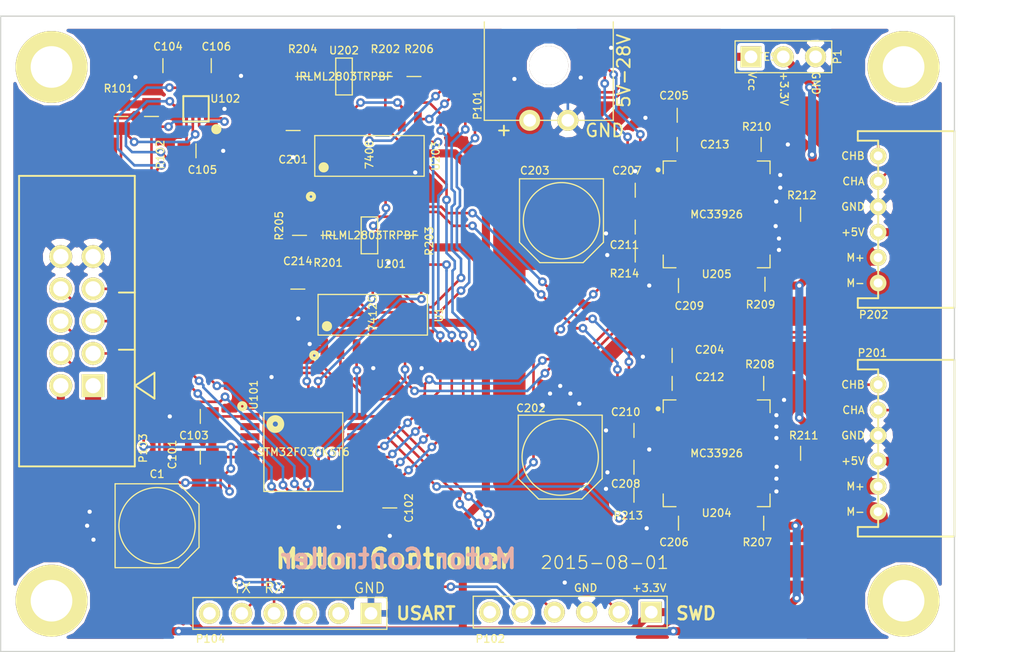
<source format=kicad_pcb>
(kicad_pcb (version 4) (host pcbnew "(2015-11-10 BZR 6307, Git a988d7a)-product")
  (layers (0 F.Cu signal) (31 B.Cu signal) (34 B.Paste user) (35 F.Paste user) (36 B.SilkS user) (37 F.SilkS user) (38 B.Mask user) (39 F.Mask user) (44 Edge.Cuts user))
  (net 0 "")
  (net 1 +3.3V)
  (net 2 GNDPWR)
  (net 3 "Net-(C106-Pad1)")
  (net 4 Vcc)
  (net 5 "Net-(C212-Pad2)")
  (net 6 "Net-(C213-Pad2)")
  (net 7 /SWCLK)
  (net 8 /SWDIO)
  (net 9 /NRST)
  (net 10 "Net-(P102-Pad6)")
  (net 11 +5V)
  (net 12 /NIRQ)
  (net 13 /SPICS)
  (net 14 /SPIMISO)
  (net 15 /SPIMOSI)
  (net 16 /SPISCK)
  (net 17 "Net-(P104-Pad2)")
  (net 18 "Net-(P104-Pad3)")
  (net 19 /USARTRX)
  (net 20 /USARTTX)
  (net 21 "Net-(P104-Pad6)")
  (net 22 /I2CSDA)
  (net 23 /I2CSCL)
  (net 24 /drivers/MOTORLDIR)
  (net 25 /drivers/MOTORRDIR)
  (net 26 "Net-(R203-Pad2)")
  (net 27 "Net-(R204-Pad2)")
  (net 28 /drivers/MOTORLPWM)
  (net 29 /drivers/MOTORRPWM)
  (net 30 "Net-(R207-Pad2)")
  (net 31 "Net-(R208-Pad1)")
  (net 32 "Net-(R209-Pad2)")
  (net 33 "Net-(R210-Pad1)")
  (net 34 "Net-(R211-Pad2)")
  (net 35 "Net-(R212-Pad2)")
  (net 36 "Net-(R213-Pad1)")
  (net 37 "Net-(R214-Pad1)")
  (net 38 "Net-(U203-Pad3)")
  (net 39 "Net-(U203-Pad6)")
  (net 40 "Net-(U203-Pad8)")
  (net 41 "Net-(U203-Pad11)")
  (net 42 "Net-(U204-Pad3)")
  (net 43 "Net-(U204-Pad7)")
  (net 44 "Net-(U204-Pad9)")
  (net 45 /drivers/MOTOREN)
  (net 46 "Net-(U204-Pad17)")
  (net 47 "Net-(U204-Pad25)")
  (net 48 "Net-(U205-Pad3)")
  (net 49 "Net-(U205-Pad7)")
  (net 50 "Net-(U205-Pad9)")
  (net 51 "Net-(U205-Pad17)")
  (net 52 "Net-(U205-Pad25)")
  (net 53 /drivers/MOTORRCHB)
  (net 54 /drivers/MOTORRCHA)
  (net 55 /drivers/MOTORLCHB)
  (net 56 /drivers/MOTORLCHA)
  (net 57 "Net-(U101-Pad2)")
  (net 58 "Net-(U101-Pad3)")
  (net 59 "Net-(U101-Pad6)")
  (net 60 /COMPASSDRDY)
  (net 61 /COMPASSINT)
  (net 62 /drivers/MOTORL-)
  (net 63 /drivers/MOTORL+)
  (net 64 /drivers/MOTORR-)
  (net 65 /drivers/MOTORR+)
  (net 66 /drivers/MOTORLOUTCHA)
  (net 67 /drivers/MOTORLOUTCHB)
  (net 68 /drivers/MOTORROUTCHA)
  (net 69 /drivers/MOTORROUTCHB)
  (module kicadlib:JST-S6B-PH-K (layer F.Cu) (at 182 134 270)
    (fp_text reference P201 (at -7.5 0.45 360) (layer F.SilkS) (effects (font (size 0.6 0.6) (thickness 0.1))))
    (fp_text value P06-MOTOR)
    (pad 1 thru_hole circle (at 5 0 270) (size 1.3 1.3) (drill 0.7) (layers *.Cu *.Mask F.SilkS) (net 62 /drivers/MOTORL-))
    (pad 2 thru_hole circle (at 3 0 270) (size 1.3 1.3) (drill 0.7) (layers *.Cu *.Mask F.SilkS) (net 63 /drivers/MOTORL+))
    (pad 3 thru_hole circle (at 1 0 270) (size 1.3 1.3) (drill 0.7) (layers *.Cu *.Mask F.SilkS) (net 11 +5V))
    (pad 4 thru_hole circle (at -1 0 270) (size 1.3 1.3) (drill 0.7) (layers *.Cu *.Mask F.SilkS) (net 2 GNDPWR))
    (pad 5 thru_hole circle (at -3 0 270) (size 1.3 1.3) (drill 0.7) (layers *.Cu *.Mask F.SilkS) (net 66 /drivers/MOTORLOUTCHA))
    (pad 6 thru_hole circle (at -5 0 270) (size 1.3 1.3) (drill 0.7) (layers *.Cu *.Mask F.SilkS) (net 67 /drivers/MOTORLOUTCHB))
  )
  (module kicadlib:CAPC2012X100N (layer F.Cu) (at 128.7 134.7 180)
    (fp_text reference C101 (at 2.2 0.2 270) (layer F.SilkS) (effects (font (size 0.6 0.6) (thickness 0.1))))
    (fp_text value 0.1uF)
    (pad 1 smd rect (at -0.95 0 180) (size 1 1.45) (layers F.Cu F.Paste F.Mask) (net 1 +3.3V))
    (pad 2 smd rect (at 0.95 0 180) (size 1 1.45) (layers F.Cu F.Paste F.Mask) (net 2 GNDPWR))
  )
  (module kicadlib:CAPC2012X100N (layer F.Cu) (at 143.6 138.7 270)
    (fp_text reference C102 (at 0 -1.5 450) (layer F.SilkS) (effects (font (size 0.6 0.6) (thickness 0.1))))
    (fp_text value 0.1uF)
    (pad 1 smd rect (at -0.95 0 270) (size 1 1.45) (layers F.Cu F.Paste F.Mask) (net 1 +3.3V))
    (pad 2 smd rect (at 0.95 0 270) (size 1 1.45) (layers F.Cu F.Paste F.Mask) (net 2 GNDPWR))
  )
  (module kicadlib:CAPC2012X100N (layer F.Cu) (at 128.7 131.5 180)
    (fp_text reference C103 (at 0.5 -1.5 360) (layer F.SilkS) (effects (font (size 0.6 0.6) (thickness 0.1))))
    (fp_text value 0.1uF)
    (pad 1 smd rect (at -0.95 0 180) (size 1 1.45) (layers F.Cu F.Paste F.Mask) (net 1 +3.3V))
    (pad 2 smd rect (at 0.95 0 180) (size 1 1.45) (layers F.Cu F.Paste F.Mask) (net 2 GNDPWR))
  )
  (module kicadlib:CAPC2012X100N (layer F.Cu) (at 125.761457 103.894165 180)
    (fp_text reference C104 (at -0.4 1.5 360) (layer F.SilkS) (effects (font (size 0.6 0.6) (thickness 0.1))))
    (fp_text value 1uF)
    (pad 1 smd rect (at -0.95 0 180) (size 1 1.45) (layers F.Cu F.Paste F.Mask) (net 1 +3.3V))
    (pad 2 smd rect (at 0.95 0 180) (size 1 1.45) (layers F.Cu F.Paste F.Mask) (net 2 GNDPWR))
  )
  (module kicadlib:CAPC2012X100N (layer F.Cu) (at 128.361457 110.594165)
    (fp_text reference C105 (at 0.5 1.5 180) (layer F.SilkS) (effects (font (size 0.6 0.6) (thickness 0.1))))
    (fp_text value 0.1uF)
    (pad 1 smd rect (at -0.95 0) (size 1 1.45) (layers F.Cu F.Paste F.Mask) (net 1 +3.3V))
    (pad 2 smd rect (at 0.95 0) (size 1 1.45) (layers F.Cu F.Paste F.Mask) (net 2 GNDPWR))
  )
  (module kicadlib:CAPC2012X100N (layer F.Cu) (at 129.561457 103.894165)
    (fp_text reference C106 (at 0.4 -1.5 180) (layer F.SilkS) (effects (font (size 0.6 0.6) (thickness 0.1))))
    (fp_text value 0.1uF)
    (pad 1 smd rect (at -0.95 0) (size 1 1.45) (layers F.Cu F.Paste F.Mask) (net 3 "Net-(C106-Pad1)"))
    (pad 2 smd rect (at 0.95 0) (size 1 1.45) (layers F.Cu F.Paste F.Mask) (net 2 GNDPWR))
  )
  (module kicadlib:CAPC2012X100N (layer F.Cu) (at 136 109 270)
    (fp_text reference C201 (at 2.286 0 360) (layer F.SilkS) (effects (font (size 0.6 0.6) (thickness 0.1))))
    (fp_text value 0.1uF)
    (pad 1 smd rect (at -0.95 0 270) (size 1 1.45) (layers F.Cu F.Paste F.Mask) (net 1 +3.3V))
    (pad 2 smd rect (at 0.95 0 270) (size 1 1.45) (layers F.Cu F.Paste F.Mask) (net 2 GNDPWR))
  )
  (module kicadlib:CAPAE660X790N (layer F.Cu) (at 157 134.7 90)
    (fp_text reference C202 (at 3.85 -2.3 180) (layer F.SilkS) (effects (font (size 0.6 0.6) (thickness 0.1))))
    (fp_text value "100uF 35V")
    (pad 1 smd rect (at -2.6 0 90) (size 3.25 1.65) (layers F.Cu F.Paste F.Mask) (net 4 Vcc))
    (pad 2 smd rect (at 2.6 0 90) (size 3.25 1.65) (layers F.Cu F.Paste F.Mask) (net 2 GNDPWR))
  )
  (module kicadlib:CAPAE660X790N (layer F.Cu) (at 157.1 116.1 90)
    (fp_text reference C203 (at 3.95 -2.1 180) (layer F.SilkS) (effects (font (size 0.6 0.6) (thickness 0.1))))
    (fp_text value "100uF 35V")
    (pad 1 smd rect (at -2.6 0 90) (size 3.25 1.65) (layers F.Cu F.Paste F.Mask) (net 4 Vcc))
    (pad 2 smd rect (at 2.6 0 90) (size 3.25 1.65) (layers F.Cu F.Paste F.Mask) (net 2 GNDPWR))
  )
  (module kicadlib:CAPC2012X100N (layer F.Cu) (at 165.8 126.7 180)
    (fp_text reference C204 (at -2.95 0.45 360) (layer F.SilkS) (effects (font (size 0.6 0.6) (thickness 0.1))))
    (fp_text value "0.1uF 35V")
    (pad 1 smd rect (at -0.95 0 180) (size 1 1.45) (layers F.Cu F.Paste F.Mask) (net 4 Vcc))
    (pad 2 smd rect (at 0.95 0 180) (size 1 1.45) (layers F.Cu F.Paste F.Mask) (net 2 GNDPWR))
  )
  (module kicadlib:CAPC2012X100N (layer F.Cu) (at 166.2 107.8 180)
    (fp_text reference C205 (at 0.25 1.55 360) (layer F.SilkS) (effects (font (size 0.6 0.6) (thickness 0.1))))
    (fp_text value "0.1uF 35V")
    (pad 1 smd rect (at -0.95 0 180) (size 1 1.45) (layers F.Cu F.Paste F.Mask) (net 4 Vcc))
    (pad 2 smd rect (at 0.95 0 180) (size 1 1.45) (layers F.Cu F.Paste F.Mask) (net 2 GNDPWR))
  )
  (module kicadlib:CAPC2012X100N (layer F.Cu) (at 166.3 139.9 180)
    (fp_text reference C206 (at 0.35 -1.5 360) (layer F.SilkS) (effects (font (size 0.6 0.6) (thickness 0.1))))
    (fp_text value "0.1uF 35V")
    (pad 1 smd rect (at -0.95 0 180) (size 1 1.45) (layers F.Cu F.Paste F.Mask) (net 4 Vcc))
    (pad 2 smd rect (at 0.95 0 180) (size 1 1.45) (layers F.Cu F.Paste F.Mask) (net 2 GNDPWR))
  )
  (module kicadlib:CAPC2012X100N (layer F.Cu) (at 162.9 113.7 180)
    (fp_text reference C207 (at 0.65 1.55 360) (layer F.SilkS) (effects (font (size 0.6 0.6) (thickness 0.1))))
    (fp_text value "0.1uF 35V")
    (pad 1 smd rect (at -0.95 0 180) (size 1 1.45) (layers F.Cu F.Paste F.Mask) (net 4 Vcc))
    (pad 2 smd rect (at 0.95 0 180) (size 1 1.45) (layers F.Cu F.Paste F.Mask) (net 2 GNDPWR))
  )
  (module kicadlib:CAPC2012X100N (layer F.Cu) (at 162.8 135.5 180)
    (fp_text reference C208 (at 0.65 -1.3 360) (layer F.SilkS) (effects (font (size 0.6 0.6) (thickness 0.1))))
    (fp_text value "0.1uF 35V")
    (pad 1 smd rect (at -0.95 0 180) (size 1 1.45) (layers F.Cu F.Paste F.Mask) (net 4 Vcc))
    (pad 2 smd rect (at 0.95 0 180) (size 1 1.45) (layers F.Cu F.Paste F.Mask) (net 2 GNDPWR))
  )
  (module kicadlib:CAPC2012X100N (layer F.Cu) (at 166.3 121.2 180)
    (fp_text reference C209 (at -0.85 -1.6 360) (layer F.SilkS) (effects (font (size 0.6 0.6) (thickness 0.1))))
    (fp_text value "0.1uF 35V")
    (pad 1 smd rect (at -0.95 0 180) (size 1 1.45) (layers F.Cu F.Paste F.Mask) (net 4 Vcc))
    (pad 2 smd rect (at 0.95 0 180) (size 1 1.45) (layers F.Cu F.Paste F.Mask) (net 2 GNDPWR))
  )
  (module kicadlib:CAPC2012X100N (layer F.Cu) (at 162.8 132.6 180)
    (fp_text reference C210 (at 0.65 1.45 360) (layer F.SilkS) (effects (font (size 0.6 0.6) (thickness 0.1))))
    (fp_text value "0.1uF 35V")
    (pad 1 smd rect (at -0.95 0 180) (size 1 1.45) (layers F.Cu F.Paste F.Mask) (net 4 Vcc))
    (pad 2 smd rect (at 0.95 0 180) (size 1 1.45) (layers F.Cu F.Paste F.Mask) (net 2 GNDPWR))
  )
  (module kicadlib:CAPC2012X100N (layer F.Cu) (at 162.9 116.6 180)
    (fp_text reference C211 (at 0.85 -1.4 180) (layer F.SilkS) (effects (font (size 0.6 0.6) (thickness 0.1))))
    (fp_text value "0.1uF 35V")
    (pad 1 smd rect (at -0.95 0 180) (size 1 1.45) (layers F.Cu F.Paste F.Mask) (net 4 Vcc))
    (pad 2 smd rect (at 0.95 0 180) (size 1 1.45) (layers F.Cu F.Paste F.Mask) (net 2 GNDPWR))
  )
  (module kicadlib:CAPC2012X100N (layer F.Cu) (at 165.8 128.9 180)
    (fp_text reference C212 (at -2.95 0.5 360) (layer F.SilkS) (effects (font (size 0.6 0.6) (thickness 0.1))))
    (fp_text value "33nF 35V")
    (pad 1 smd rect (at -0.95 0 180) (size 1 1.45) (layers F.Cu F.Paste F.Mask) (net 4 Vcc))
    (pad 2 smd rect (at 0.95 0 180) (size 1 1.45) (layers F.Cu F.Paste F.Mask) (net 5 "Net-(C212-Pad2)"))
  )
  (module kicadlib:CAPC2012X100N (layer F.Cu) (at 166.2 110.1 180)
    (fp_text reference C213 (at -2.95 0 360) (layer F.SilkS) (effects (font (size 0.6 0.6) (thickness 0.1))))
    (fp_text value "33nF 35V")
    (pad 1 smd rect (at -0.95 0 180) (size 1 1.45) (layers F.Cu F.Paste F.Mask) (net 4 Vcc))
    (pad 2 smd rect (at 0.95 0 180) (size 1 1.45) (layers F.Cu F.Paste F.Mask) (net 6 "Net-(C213-Pad2)"))
  )
  (module kicadlib:CAPC2012X100N (layer F.Cu) (at 136.369145 121.481052 270)
    (fp_text reference C214 (at -2.2 0 540) (layer F.SilkS) (effects (font (size 0.6 0.6) (thickness 0.1))))
    (fp_text value 0.1uF)
    (pad 1 smd rect (at -0.95 0 270) (size 1 1.45) (layers F.Cu F.Paste F.Mask) (net 1 +3.3V))
    (pad 2 smd rect (at 0.95 0 270) (size 1 1.45) (layers F.Cu F.Paste F.Mask) (net 2 GNDPWR))
  )
  (module kicadlib:HDRV6W66P254_1X6_1524X249X838P (layer F.Cu) (at 164.16 146.9 180)
    (fp_text reference P102 (at 12.66 -2.1 360) (layer F.SilkS) (effects (font (size 0.6 0.6) (thickness 0.1))))
    (fp_text value SWD)
    (pad 1 thru_hole rect (at 0 0 180) (size 1.65 1.65) (drill 1) (layers *.Cu *.Mask F.SilkS) (net 1 +3.3V))
    (pad 2 thru_hole circle (at 2.54 0 180) (size 1.65 1.65) (drill 1) (layers *.Cu *.Mask F.SilkS) (net 7 /SWCLK))
    (pad 3 thru_hole circle (at 5.08 0 180) (size 1.65 1.65) (drill 1) (layers *.Cu *.Mask F.SilkS) (net 2 GNDPWR))
    (pad 4 thru_hole circle (at 7.62 0 180) (size 1.65 1.65) (drill 1) (layers *.Cu *.Mask F.SilkS) (net 8 /SWDIO))
    (pad 5 thru_hole circle (at 10.16 0 180) (size 1.65 1.65) (drill 1) (layers *.Cu *.Mask F.SilkS) (net 9 /NRST))
    (pad 6 thru_hole circle (at 12.7 0 180) (size 1.65 1.65) (drill 1) (layers *.Cu *.Mask F.SilkS) (net 10 "Net-(P102-Pad6)"))
  )
  (module kicadlib:SHDRV10W66P254_2X5_2286X910X910P (layer F.Cu) (at 119 124 90)
    (fp_text reference P103 (at -10 5.2 90) (layer F.SilkS) (effects (font (size 0.6 0.6) (thickness 0.1))))
    (fp_text value EDISON-BULB-E10)
    (pad 1 thru_hole rect (at -5.08 1.27 90) (size 1.8 1.8) (drill 1.2) (layers *.Cu *.Mask F.SilkS) (net 1 +3.3V))
    (pad 2 thru_hole circle (at -5.08 -1.27 90) (size 1.8 1.8) (drill 1.2) (layers *.Cu *.Mask F.SilkS) (net 11 +5V))
    (pad 3 thru_hole circle (at -2.54 1.27 90) (size 1.8 1.8) (drill 1.2) (layers *.Cu *.Mask F.SilkS) (net 12 /NIRQ))
    (pad 4 thru_hole circle (at -2.54 -1.27 90) (size 1.8 1.8) (drill 1.2) (layers *.Cu *.Mask F.SilkS) (net 9 /NRST))
    (pad 5 thru_hole circle (at 0 1.27 90) (size 1.8 1.8) (drill 1.2) (layers *.Cu *.Mask F.SilkS) (net 13 /SPICS))
    (pad 6 thru_hole circle (at 0 -1.27 90) (size 1.8 1.8) (drill 1.2) (layers *.Cu *.Mask F.SilkS) (net 14 /SPIMISO))
    (pad 7 thru_hole circle (at 2.54 1.27 90) (size 1.8 1.8) (drill 1.2) (layers *.Cu *.Mask F.SilkS) (net 15 /SPIMOSI))
    (pad 8 thru_hole circle (at 2.54 -1.27 90) (size 1.8 1.8) (drill 1.2) (layers *.Cu *.Mask F.SilkS) (net 16 /SPISCK))
    (pad 9 thru_hole circle (at 5.08 1.27 90) (size 1.8 1.8) (drill 1.2) (layers *.Cu *.Mask F.SilkS) (net 2 GNDPWR))
    (pad 10 thru_hole circle (at 5.08 -1.27 90) (size 1.8 1.8) (drill 1.2) (layers *.Cu *.Mask F.SilkS) (net 2 GNDPWR))
  )
  (module kicadlib:HDRV6W66P254_1X6_1524X249X838P (layer F.Cu) (at 142.12 147 180)
    (fp_text reference P104 (at 12.62 -2 360) (layer F.SilkS) (effects (font (size 0.6 0.6) (thickness 0.1))))
    (fp_text value FTDI-PLUG)
    (pad 1 thru_hole rect (at 0 0 180) (size 1.65 1.65) (drill 1) (layers *.Cu *.Mask F.SilkS) (net 2 GNDPWR))
    (pad 2 thru_hole circle (at 2.54 0 180) (size 1.65 1.65) (drill 1) (layers *.Cu *.Mask F.SilkS) (net 17 "Net-(P104-Pad2)"))
    (pad 3 thru_hole circle (at 5.08 0 180) (size 1.65 1.65) (drill 1) (layers *.Cu *.Mask F.SilkS) (net 18 "Net-(P104-Pad3)"))
    (pad 4 thru_hole circle (at 7.62 0 180) (size 1.65 1.65) (drill 1) (layers *.Cu *.Mask F.SilkS) (net 19 /USARTRX))
    (pad 5 thru_hole circle (at 10.16 0 180) (size 1.65 1.65) (drill 1) (layers *.Cu *.Mask F.SilkS) (net 20 /USARTTX))
    (pad 6 thru_hole circle (at 12.7 0 180) (size 1.65 1.65) (drill 1) (layers *.Cu *.Mask F.SilkS) (net 21 "Net-(P104-Pad6)"))
  )
  (module kicadlib:RESC2012X100N (layer F.Cu) (at 122.461457 107.894165 270)
    (fp_text reference R101 (at -2.2 0.2 360) (layer F.SilkS) (effects (font (size 0.6 0.6) (thickness 0.1))))
    (fp_text value 4.7K)
    (pad 1 smd rect (at -0.95 0 270) (size 1 1.45) (layers F.Cu F.Paste F.Mask) (net 1 +3.3V))
    (pad 2 smd rect (at 0.95 0 270) (size 1 1.45) (layers F.Cu F.Paste F.Mask) (net 22 /I2CSDA))
  )
  (module kicadlib:RESC2012X100N (layer F.Cu) (at 124.861457 107.894165 270)
    (fp_text reference R102 (at 3 -0.7 450) (layer F.SilkS) (effects (font (size 0.6 0.6) (thickness 0.1))))
    (fp_text value 4.7K)
    (pad 1 smd rect (at -0.95 0 270) (size 1 1.45) (layers F.Cu F.Paste F.Mask) (net 1 +3.3V))
    (pad 2 smd rect (at 0.95 0 270) (size 1 1.45) (layers F.Cu F.Paste F.Mask) (net 23 /I2CSCL))
  )
  (module kicadlib:RESC2012X100N (layer F.Cu) (at 138.75 117.25 270)
    (fp_text reference R201 (at 2.159 0 360) (layer F.SilkS) (effects (font (size 0.6 0.6) (thickness 0.1))))
    (fp_text value 10K)
    (pad 1 smd rect (at -0.95 0 270) (size 1 1.45) (layers F.Cu F.Paste F.Mask) (net 24 /drivers/MOTORLDIR))
    (pad 2 smd rect (at 0.95 0 270) (size 1 1.45) (layers F.Cu F.Paste F.Mask) (net 2 GNDPWR))
  )
  (module kicadlib:RESC2012X100N (layer F.Cu) (at 143.25 104.75 90)
    (fp_text reference R202 (at 2.159 0 180) (layer F.SilkS) (effects (font (size 0.6 0.6) (thickness 0.1))))
    (fp_text value 10K)
    (pad 1 smd rect (at -0.95 0 90) (size 1 1.45) (layers F.Cu F.Paste F.Mask) (net 25 /drivers/MOTORRDIR))
    (pad 2 smd rect (at 0.95 0 90) (size 1 1.45) (layers F.Cu F.Paste F.Mask) (net 2 GNDPWR))
  )
  (module kicadlib:RESC2012X100N (layer F.Cu) (at 145.25 117.25 90)
    (fp_text reference R203 (at -0.45 1.45 270) (layer F.SilkS) (effects (font (size 0.6 0.6) (thickness 0.1))))
    (fp_text value 10K)
    (pad 1 smd rect (at -0.95 0 90) (size 1 1.45) (layers F.Cu F.Paste F.Mask) (net 1 +3.3V))
    (pad 2 smd rect (at 0.95 0 90) (size 1 1.45) (layers F.Cu F.Paste F.Mask) (net 26 "Net-(R203-Pad2)"))
  )
  (module kicadlib:RESC2012X100N (layer F.Cu) (at 136.75 104.75 90)
    (fp_text reference R204 (at 2.159 0 180) (layer F.SilkS) (effects (font (size 0.6 0.6) (thickness 0.1))))
    (fp_text value 10K)
    (pad 1 smd rect (at -0.95 0 90) (size 1 1.45) (layers F.Cu F.Paste F.Mask) (net 1 +3.3V))
    (pad 2 smd rect (at 0.95 0 90) (size 1 1.45) (layers F.Cu F.Paste F.Mask) (net 27 "Net-(R204-Pad2)"))
  )
  (module kicadlib:RESC2012X100N (layer F.Cu) (at 136.5 117.25 270)
    (fp_text reference R205 (at -0.75 1.6 450) (layer F.SilkS) (effects (font (size 0.6 0.6) (thickness 0.1))))
    (fp_text value 10K)
    (pad 1 smd rect (at -0.95 0 270) (size 1 1.45) (layers F.Cu F.Paste F.Mask) (net 28 /drivers/MOTORLPWM))
    (pad 2 smd rect (at 0.95 0 270) (size 1 1.45) (layers F.Cu F.Paste F.Mask) (net 2 GNDPWR))
  )
  (module kicadlib:RESC2012X100N (layer F.Cu) (at 145.5 104.75 90)
    (fp_text reference R206 (at 2.159 0.4 180) (layer F.SilkS) (effects (font (size 0.6 0.6) (thickness 0.1))))
    (fp_text value 10K)
    (pad 1 smd rect (at -0.95 0 90) (size 1 1.45) (layers F.Cu F.Paste F.Mask) (net 29 /drivers/MOTORRPWM))
    (pad 2 smd rect (at 0.95 0 90) (size 1 1.45) (layers F.Cu F.Paste F.Mask) (net 2 GNDPWR))
  )
  (module kicadlib:RESC2012X100N (layer F.Cu) (at 173 139.9 180)
    (fp_text reference R207 (at 0.5 -1.5 360) (layer F.SilkS) (effects (font (size 0.6 0.6) (thickness 0.1))))
    (fp_text value 10K)
    (pad 1 smd rect (at -0.95 0 180) (size 1 1.45) (layers F.Cu F.Paste F.Mask) (net 1 +3.3V))
    (pad 2 smd rect (at 0.95 0 180) (size 1 1.45) (layers F.Cu F.Paste F.Mask) (net 30 "Net-(R207-Pad2)"))
  )
  (module kicadlib:RESC2012X100N (layer F.Cu) (at 173 128.9)
    (fp_text reference R208 (at -0.3 -1.5 180) (layer F.SilkS) (effects (font (size 0.6 0.6) (thickness 0.1))))
    (fp_text value 10K)
    (pad 1 smd rect (at -0.95 0) (size 1 1.45) (layers F.Cu F.Paste F.Mask) (net 31 "Net-(R208-Pad1)"))
    (pad 2 smd rect (at 0.95 0) (size 1 1.45) (layers F.Cu F.Paste F.Mask) (net 2 GNDPWR))
  )
  (module kicadlib:RESC2012X100N (layer F.Cu) (at 173.1 121.1 180)
    (fp_text reference R209 (at 0.35 -1.6 360) (layer F.SilkS) (effects (font (size 0.6 0.6) (thickness 0.1))))
    (fp_text value 10K)
    (pad 1 smd rect (at -0.95 0 180) (size 1 1.45) (layers F.Cu F.Paste F.Mask) (net 1 +3.3V))
    (pad 2 smd rect (at 0.95 0 180) (size 1 1.45) (layers F.Cu F.Paste F.Mask) (net 32 "Net-(R209-Pad2)"))
  )
  (module kicadlib:RESC2012X100N (layer F.Cu) (at 172.8 110.1)
    (fp_text reference R210 (at -0.35 -1.4 180) (layer F.SilkS) (effects (font (size 0.6 0.6) (thickness 0.1))))
    (fp_text value 10K)
    (pad 1 smd rect (at -0.95 0) (size 1 1.45) (layers F.Cu F.Paste F.Mask) (net 33 "Net-(R210-Pad1)"))
    (pad 2 smd rect (at 0.95 0) (size 1 1.45) (layers F.Cu F.Paste F.Mask) (net 2 GNDPWR))
  )
  (module kicadlib:RESC2012X100N (layer F.Cu) (at 175.9 134.4 180)
    (fp_text reference R211 (at -0.25 1.4 360) (layer F.SilkS) (effects (font (size 0.6 0.6) (thickness 0.1))))
    (fp_text value 10K)
    (pad 1 smd rect (at -0.95 0 180) (size 1 1.45) (layers F.Cu F.Paste F.Mask) (net 1 +3.3V))
    (pad 2 smd rect (at 0.95 0 180) (size 1 1.45) (layers F.Cu F.Paste F.Mask) (net 34 "Net-(R211-Pad2)"))
  )
  (module kicadlib:RESC2012X100N (layer F.Cu) (at 175.9 115.6 180)
    (fp_text reference R212 (at -0.1 1.5 360) (layer F.SilkS) (effects (font (size 0.6 0.6) (thickness 0.1))))
    (fp_text value 10K)
    (pad 1 smd rect (at -0.95 0 180) (size 1 1.45) (layers F.Cu F.Paste F.Mask) (net 1 +3.3V))
    (pad 2 smd rect (at 0.95 0 180) (size 1 1.45) (layers F.Cu F.Paste F.Mask) (net 35 "Net-(R212-Pad2)"))
  )
  (module kicadlib:RESC2012X100N (layer F.Cu) (at 162.8 137.7 180)
    (fp_text reference R213 (at 0.45 -1.6 360) (layer F.SilkS) (effects (font (size 0.6 0.6) (thickness 0.1))))
    (fp_text value 270R)
    (pad 1 smd rect (at -0.95 0 180) (size 1 1.45) (layers F.Cu F.Paste F.Mask) (net 36 "Net-(R213-Pad1)"))
    (pad 2 smd rect (at 0.95 0 180) (size 1 1.45) (layers F.Cu F.Paste F.Mask) (net 2 GNDPWR))
  )
  (module kicadlib:RESC2012X100N (layer F.Cu) (at 162.9 118.8 180)
    (fp_text reference R214 (at 0.85 -1.45 360) (layer F.SilkS) (effects (font (size 0.6 0.6) (thickness 0.1))))
    (fp_text value 270R)
    (pad 1 smd rect (at -0.95 0 180) (size 1 1.45) (layers F.Cu F.Paste F.Mask) (net 37 "Net-(R214-Pad1)"))
    (pad 2 smd rect (at 0.95 0 180) (size 1 1.45) (layers F.Cu F.Paste F.Mask) (net 2 GNDPWR))
  )
  (module kicadlib:SOT95P237X112_123-3N (layer F.Cu) (at 142 117.25)
    (fp_text reference U201 (at 1.7 2.25) (layer F.SilkS) (effects (font (size 0.6 0.6) (thickness 0.1))))
    (fp_text value IRLML2803TRPBF (at 0 0) (layer F.SilkS) (effects (font (size 0.6 0.6) (thickness 0.1))))
    (pad 1 smd rect (at -1.05 -0.95) (size 1.3 0.6) (layers F.Cu F.Paste F.Mask) (net 24 /drivers/MOTORLDIR))
    (pad 2 smd rect (at -1.05 0.95) (size 1.3 0.6) (layers F.Cu F.Paste F.Mask) (net 2 GNDPWR))
    (pad 3 smd rect (at 1.05 0) (size 1.3 0.6) (layers F.Cu F.Paste F.Mask) (net 26 "Net-(R203-Pad2)"))
  )
  (module kicadlib:SOT95P237X112_123-3N (layer F.Cu) (at 140 104.75 180)
    (fp_text reference U202 (at 0 2.05 180) (layer F.SilkS) (effects (font (size 0.6 0.6) (thickness 0.1))))
    (fp_text value IRLML2803TRPBF (at 0 0 180) (layer F.SilkS) (effects (font (size 0.6 0.6) (thickness 0.1))))
    (pad 1 smd rect (at -1.05 -0.95 180) (size 1.3 0.6) (layers F.Cu F.Paste F.Mask) (net 25 /drivers/MOTORRDIR))
    (pad 2 smd rect (at -1.05 0.95 180) (size 1.3 0.6) (layers F.Cu F.Paste F.Mask) (net 2 GNDPWR))
    (pad 3 smd rect (at 1.05 0 180) (size 1.3 0.6) (layers F.Cu F.Paste F.Mask) (net 27 "Net-(R204-Pad2)"))
  )
  (module kicadlib:SOIC127P600X175-14N (layer F.Cu) (at 142 111 90)
    (fp_text reference U203 (at 0 5.207 90) (layer F.SilkS) (effects (font (size 0.6 0.6) (thickness 0.1))))
    (fp_text value 7408 (at 0.1 0 90) (layer F.SilkS) (effects (font (size 0.6 0.6) (thickness 0.1))))
    (pad 1 smd rect (at -2.7 -3.81 90) (size 1.55 0.6) (layers F.Cu F.Paste F.Mask) (net 28 /drivers/MOTORLPWM))
    (pad 2 smd rect (at -2.7 -2.54 90) (size 1.55 0.6) (layers F.Cu F.Paste F.Mask) (net 24 /drivers/MOTORLDIR))
    (pad 3 smd rect (at -2.7 -1.27 90) (size 1.55 0.6) (layers F.Cu F.Paste F.Mask) (net 38 "Net-(U203-Pad3)"))
    (pad 4 smd rect (at -2.7 0 90) (size 1.55 0.6) (layers F.Cu F.Paste F.Mask) (net 28 /drivers/MOTORLPWM))
    (pad 5 smd rect (at -2.7 1.27 90) (size 1.55 0.6) (layers F.Cu F.Paste F.Mask) (net 26 "Net-(R203-Pad2)"))
    (pad 6 smd rect (at -2.7 2.54 90) (size 1.55 0.6) (layers F.Cu F.Paste F.Mask) (net 39 "Net-(U203-Pad6)"))
    (pad 7 smd rect (at -2.7 3.81 90) (size 1.55 0.6) (layers F.Cu F.Paste F.Mask) (net 2 GNDPWR))
    (pad 8 smd rect (at 2.7 3.81 90) (size 1.55 0.6) (layers F.Cu F.Paste F.Mask) (net 40 "Net-(U203-Pad8)"))
    (pad 9 smd rect (at 2.7 2.54 90) (size 1.55 0.6) (layers F.Cu F.Paste F.Mask) (net 29 /drivers/MOTORRPWM))
    (pad 10 smd rect (at 2.7 1.27 90) (size 1.55 0.6) (layers F.Cu F.Paste F.Mask) (net 25 /drivers/MOTORRDIR))
    (pad 11 smd rect (at 2.7 0 90) (size 1.55 0.6) (layers F.Cu F.Paste F.Mask) (net 41 "Net-(U203-Pad11)"))
    (pad 12 smd rect (at 2.7 -1.27 90) (size 1.55 0.6) (layers F.Cu F.Paste F.Mask) (net 29 /drivers/MOTORRPWM))
    (pad 13 smd rect (at 2.7 -2.54 90) (size 1.55 0.6) (layers F.Cu F.Paste F.Mask) (net 27 "Net-(R204-Pad2)"))
    (pad 14 smd rect (at 2.7 -3.81 90) (size 1.55 0.6) (layers F.Cu F.Paste F.Mask) (net 1 +3.3V))
  )
  (module kicadlib:PQFN80P800X800X220-33N (layer F.Cu) (at 169.3 134.4)
    (fp_text reference U204 (at 0 4.699) (layer F.SilkS) (effects (font (size 0.6 0.6) (thickness 0.1))))
    (fp_text value MC33926 (at 0 0) (layer F.SilkS) (effects (font (size 0.6 0.6) (thickness 0.1))))
    (pad 1 smd rect (at -3.45 -3.45) (size 1.08 1.08) (layers F.Cu F.Paste F.Mask) (net 39 "Net-(U203-Pad6)"))
    (pad 2 smd rect (at -3.45 -2.4) (size 1.08 0.55) (layers F.Cu F.Paste F.Mask) (net 38 "Net-(U203-Pad3)"))
    (pad 3 smd rect (at -3.45 -1.6) (size 1.08 0.55) (layers F.Cu F.Paste F.Mask) (net 42 "Net-(U204-Pad3)"))
    (pad 4 smd rect (at -3.45 -0.8) (size 1.08 0.55) (layers F.Cu F.Paste F.Mask) (net 4 Vcc))
    (pad 5 smd rect (at -3.45 0) (size 1.08 0.55) (layers F.Cu F.Paste F.Mask) (net 2 GNDPWR))
    (pad 6 smd rect (at -3.45 0.8) (size 1.08 0.55) (layers F.Cu F.Paste F.Mask) (net 4 Vcc))
    (pad 7 smd rect (at -3.45 1.6) (size 1.08 0.55) (layers F.Cu F.Paste F.Mask) (net 43 "Net-(U204-Pad7)"))
    (pad 8 smd rect (at -3.45 2.4) (size 1.08 0.55) (layers F.Cu F.Paste F.Mask) (net 36 "Net-(R213-Pad1)"))
    (pad 9 smd rect (at -3.45 3.45) (size 1.08 1.08) (layers F.Cu F.Paste F.Mask) (net 44 "Net-(U204-Pad9)"))
    (pad 10 smd rect (at -2.4 3.45) (size 0.55 1.08) (layers F.Cu F.Paste F.Mask) (net 45 /drivers/MOTOREN))
    (pad 11 smd rect (at -1.6 3.45) (size 0.55 1.08) (layers F.Cu F.Paste F.Mask) (net 4 Vcc))
    (pad 12 smd rect (at -0.8 3.45) (size 0.55 1.08) (layers F.Cu F.Paste F.Mask) (net 62 /drivers/MOTORL-))
    (pad 13 smd rect (at 0 3.45) (size 0.55 1.08) (layers F.Cu F.Paste F.Mask) (net 62 /drivers/MOTORL-))
    (pad 14 smd rect (at 0.8 3.45) (size 0.55 1.08) (layers F.Cu F.Paste F.Mask) (net 62 /drivers/MOTORL-))
    (pad 15 smd rect (at 1.6 3.45) (size 0.55 1.08) (layers F.Cu F.Paste F.Mask) (net 62 /drivers/MOTORL-))
    (pad 16 smd rect (at 2.4 3.45) (size 0.55 1.08) (layers F.Cu F.Paste F.Mask) (net 30 "Net-(R207-Pad2)"))
    (pad 17 smd rect (at 3.45 3.45) (size 1.08 1.08) (layers F.Cu F.Paste F.Mask) (net 46 "Net-(U204-Pad17)"))
    (pad 18 smd rect (at 3.45 2.4) (size 1.08 0.55) (layers F.Cu F.Paste F.Mask) (net 2 GNDPWR))
    (pad 19 smd rect (at 3.45 1.6) (size 1.08 0.55) (layers F.Cu F.Paste F.Mask) (net 2 GNDPWR))
    (pad 20 smd rect (at 3.45 0.8) (size 1.08 0.55) (layers F.Cu F.Paste F.Mask) (net 2 GNDPWR))
    (pad 21 smd rect (at 3.45 0) (size 1.08 0.55) (layers F.Cu F.Paste F.Mask) (net 34 "Net-(R211-Pad2)"))
    (pad 22 smd rect (at 3.45 -0.8) (size 1.08 0.55) (layers F.Cu F.Paste F.Mask) (net 2 GNDPWR))
    (pad 23 smd rect (at 3.45 -1.6) (size 1.08 0.55) (layers F.Cu F.Paste F.Mask) (net 2 GNDPWR))
    (pad 24 smd rect (at 3.45 -2.4) (size 1.08 0.55) (layers F.Cu F.Paste F.Mask) (net 2 GNDPWR))
    (pad 25 smd rect (at 3.45 -3.45) (size 1.08 1.08) (layers F.Cu F.Paste F.Mask) (net 47 "Net-(U204-Pad25)"))
    (pad 26 smd rect (at 2.4 -3.45) (size 0.55 1.08) (layers F.Cu F.Paste F.Mask) (net 31 "Net-(R208-Pad1)"))
    (pad 27 smd rect (at 1.6 -3.45) (size 0.55 1.08) (layers F.Cu F.Paste F.Mask) (net 63 /drivers/MOTORL+))
    (pad 28 smd rect (at 0.8 -3.45) (size 0.55 1.08) (layers F.Cu F.Paste F.Mask) (net 63 /drivers/MOTORL+))
    (pad 29 smd rect (at 0 -3.45) (size 0.55 1.08) (layers F.Cu F.Paste F.Mask) (net 63 /drivers/MOTORL+))
    (pad 30 smd rect (at -0.8 -3.45) (size 0.55 1.08) (layers F.Cu F.Paste F.Mask) (net 63 /drivers/MOTORL+))
    (pad 31 smd rect (at -1.6 -3.45) (size 0.55 1.08) (layers F.Cu F.Paste F.Mask) (net 4 Vcc))
    (pad 32 smd rect (at -2.4 -3.45) (size 0.55 1.08) (layers F.Cu F.Paste F.Mask) (net 5 "Net-(C212-Pad2)"))
    (pad 33 smd rect (at 0 0) (size 5 5) (layers F.Cu F.Paste F.Mask) (net 2 GNDPWR))
  )
  (module kicadlib:PQFN80P800X800X220-33N (layer F.Cu) (at 169.3 115.6)
    (fp_text reference U205 (at 0 4.699) (layer F.SilkS) (effects (font (size 0.6 0.6) (thickness 0.1))))
    (fp_text value MC33926 (at 0 0) (layer F.SilkS) (effects (font (size 0.6 0.6) (thickness 0.1))))
    (pad 1 smd rect (at -3.45 -3.45) (size 1.08 1.08) (layers F.Cu F.Paste F.Mask) (net 41 "Net-(U203-Pad11)"))
    (pad 2 smd rect (at -3.45 -2.4) (size 1.08 0.55) (layers F.Cu F.Paste F.Mask) (net 40 "Net-(U203-Pad8)"))
    (pad 3 smd rect (at -3.45 -1.6) (size 1.08 0.55) (layers F.Cu F.Paste F.Mask) (net 48 "Net-(U205-Pad3)"))
    (pad 4 smd rect (at -3.45 -0.8) (size 1.08 0.55) (layers F.Cu F.Paste F.Mask) (net 4 Vcc))
    (pad 5 smd rect (at -3.45 0) (size 1.08 0.55) (layers F.Cu F.Paste F.Mask) (net 2 GNDPWR))
    (pad 6 smd rect (at -3.45 0.8) (size 1.08 0.55) (layers F.Cu F.Paste F.Mask) (net 4 Vcc))
    (pad 7 smd rect (at -3.45 1.6) (size 1.08 0.55) (layers F.Cu F.Paste F.Mask) (net 49 "Net-(U205-Pad7)"))
    (pad 8 smd rect (at -3.45 2.4) (size 1.08 0.55) (layers F.Cu F.Paste F.Mask) (net 37 "Net-(R214-Pad1)"))
    (pad 9 smd rect (at -3.45 3.45) (size 1.08 1.08) (layers F.Cu F.Paste F.Mask) (net 50 "Net-(U205-Pad9)"))
    (pad 10 smd rect (at -2.4 3.45) (size 0.55 1.08) (layers F.Cu F.Paste F.Mask) (net 45 /drivers/MOTOREN))
    (pad 11 smd rect (at -1.6 3.45) (size 0.55 1.08) (layers F.Cu F.Paste F.Mask) (net 4 Vcc))
    (pad 12 smd rect (at -0.8 3.45) (size 0.55 1.08) (layers F.Cu F.Paste F.Mask) (net 64 /drivers/MOTORR-))
    (pad 13 smd rect (at 0 3.45) (size 0.55 1.08) (layers F.Cu F.Paste F.Mask) (net 64 /drivers/MOTORR-))
    (pad 14 smd rect (at 0.8 3.45) (size 0.55 1.08) (layers F.Cu F.Paste F.Mask) (net 64 /drivers/MOTORR-))
    (pad 15 smd rect (at 1.6 3.45) (size 0.55 1.08) (layers F.Cu F.Paste F.Mask) (net 64 /drivers/MOTORR-))
    (pad 16 smd rect (at 2.4 3.45) (size 0.55 1.08) (layers F.Cu F.Paste F.Mask) (net 32 "Net-(R209-Pad2)"))
    (pad 17 smd rect (at 3.45 3.45) (size 1.08 1.08) (layers F.Cu F.Paste F.Mask) (net 51 "Net-(U205-Pad17)"))
    (pad 18 smd rect (at 3.45 2.4) (size 1.08 0.55) (layers F.Cu F.Paste F.Mask) (net 2 GNDPWR))
    (pad 19 smd rect (at 3.45 1.6) (size 1.08 0.55) (layers F.Cu F.Paste F.Mask) (net 2 GNDPWR))
    (pad 20 smd rect (at 3.45 0.8) (size 1.08 0.55) (layers F.Cu F.Paste F.Mask) (net 2 GNDPWR))
    (pad 21 smd rect (at 3.45 0) (size 1.08 0.55) (layers F.Cu F.Paste F.Mask) (net 35 "Net-(R212-Pad2)"))
    (pad 22 smd rect (at 3.45 -0.8) (size 1.08 0.55) (layers F.Cu F.Paste F.Mask) (net 2 GNDPWR))
    (pad 23 smd rect (at 3.45 -1.6) (size 1.08 0.55) (layers F.Cu F.Paste F.Mask) (net 2 GNDPWR))
    (pad 24 smd rect (at 3.45 -2.4) (size 1.08 0.55) (layers F.Cu F.Paste F.Mask) (net 2 GNDPWR))
    (pad 25 smd rect (at 3.45 -3.45) (size 1.08 1.08) (layers F.Cu F.Paste F.Mask) (net 52 "Net-(U205-Pad25)"))
    (pad 26 smd rect (at 2.4 -3.45) (size 0.55 1.08) (layers F.Cu F.Paste F.Mask) (net 33 "Net-(R210-Pad1)"))
    (pad 27 smd rect (at 1.6 -3.45) (size 0.55 1.08) (layers F.Cu F.Paste F.Mask) (net 65 /drivers/MOTORR+))
    (pad 28 smd rect (at 0.8 -3.45) (size 0.55 1.08) (layers F.Cu F.Paste F.Mask) (net 65 /drivers/MOTORR+))
    (pad 29 smd rect (at 0 -3.45) (size 0.55 1.08) (layers F.Cu F.Paste F.Mask) (net 65 /drivers/MOTORR+))
    (pad 30 smd rect (at -0.8 -3.45) (size 0.55 1.08) (layers F.Cu F.Paste F.Mask) (net 65 /drivers/MOTORR+))
    (pad 31 smd rect (at -1.6 -3.45) (size 0.55 1.08) (layers F.Cu F.Paste F.Mask) (net 4 Vcc))
    (pad 32 smd rect (at -2.4 -3.45) (size 0.55 1.08) (layers F.Cu F.Paste F.Mask) (net 6 "Net-(C213-Pad2)"))
    (pad 33 smd rect (at 0 0) (size 5 5) (layers F.Cu F.Paste F.Mask) (net 2 GNDPWR))
  )
  (module kicadlib:JST-S6B-PH-K (layer F.Cu) (at 182 116 270)
    (fp_text reference P202 (at 7.5 0.35 360) (layer F.SilkS) (effects (font (size 0.6 0.6) (thickness 0.1))))
    (fp_text value P06-MOTOR)
    (pad 1 thru_hole circle (at 5 0 270) (size 1.3 1.3) (drill 0.7) (layers *.Cu *.Mask F.SilkS) (net 64 /drivers/MOTORR-))
    (pad 2 thru_hole circle (at 3 0 270) (size 1.3 1.3) (drill 0.7) (layers *.Cu *.Mask F.SilkS) (net 65 /drivers/MOTORR+))
    (pad 3 thru_hole circle (at 1 0 270) (size 1.3 1.3) (drill 0.7) (layers *.Cu *.Mask F.SilkS) (net 11 +5V))
    (pad 4 thru_hole circle (at -1 0 270) (size 1.3 1.3) (drill 0.7) (layers *.Cu *.Mask F.SilkS) (net 2 GNDPWR))
    (pad 5 thru_hole circle (at -3 0 270) (size 1.3 1.3) (drill 0.7) (layers *.Cu *.Mask F.SilkS) (net 68 /drivers/MOTORROUTCHA))
    (pad 6 thru_hole circle (at -5 0 270) (size 1.3 1.3) (drill 0.7) (layers *.Cu *.Mask F.SilkS) (net 69 /drivers/MOTORROUTCHB))
  )
  (module kicadlib:TECONN-2-1445098-2 (layer F.Cu) (at 154.6 108.2)
    (fp_text reference P101 (at -4.1 -1.2 270) (layer F.SilkS) (effects (font (size 0.6 0.6) (thickness 0.1))))
    (fp_text value BATTERY)
    (pad 1 thru_hole circle (at 0 0) (size 1.65 1.65) (drill 1) (layers *.Cu *.Mask F.SilkS) (net 4 Vcc))
    (pad 2 thru_hole circle (at 3 0) (size 1.65 1.65) (drill 1) (layers *.Cu *.Mask F.SilkS) (net 2 GNDPWR))
    (pad "" thru_hole circle (at 1.5 -4.32) (size 3.05 3.05) (drill 3.05) (layers *.Cu *.Mask F.SilkS))
  )
  (module kicadlib:QFP80P900X900X160-32N (layer F.Cu) (at 136.8 134.3)
    (fp_text reference U101 (at -3.9 -4.5 90) (layer F.SilkS) (effects (font (size 0.6 0.6) (thickness 0.1))))
    (fp_text value STM32F030K6T6 (at 0 0) (layer F.SilkS) (effects (font (size 0.6 0.6) (thickness 0.1))))
    (pad 1 smd rect (at -4.2 -2.8) (size 1.5 0.55) (layers F.Cu F.Paste F.Mask) (net 1 +3.3V))
    (pad 2 smd rect (at -4.2 -2) (size 1.5 0.55) (layers F.Cu F.Paste F.Mask) (net 57 "Net-(U101-Pad2)"))
    (pad 3 smd rect (at -4.2 -1.2) (size 1.5 0.55) (layers F.Cu F.Paste F.Mask) (net 58 "Net-(U101-Pad3)"))
    (pad 4 smd rect (at -4.2 -0.4) (size 1.5 0.55) (layers F.Cu F.Paste F.Mask) (net 9 /NRST))
    (pad 5 smd rect (at -4.2 0.4) (size 1.5 0.55) (layers F.Cu F.Paste F.Mask) (net 1 +3.3V))
    (pad 6 smd rect (at -4.2 1.2) (size 1.5 0.55) (layers F.Cu F.Paste F.Mask) (net 59 "Net-(U101-Pad6)"))
    (pad 7 smd rect (at -4.2 2) (size 1.5 0.55) (layers F.Cu F.Paste F.Mask) (net 12 /NIRQ))
    (pad 8 smd rect (at -4.2 2.8) (size 1.5 0.55) (layers F.Cu F.Paste F.Mask) (net 20 /USARTTX))
    (pad 9 smd rect (at -2.8 4.2) (size 0.55 1.5) (layers F.Cu F.Paste F.Mask) (net 19 /USARTRX))
    (pad 10 smd rect (at -2 4.2) (size 0.55 1.5) (layers F.Cu F.Paste F.Mask) (net 13 /SPICS))
    (pad 11 smd rect (at -1.2 4.2) (size 0.55 1.5) (layers F.Cu F.Paste F.Mask) (net 16 /SPISCK))
    (pad 12 smd rect (at -0.4 4.2) (size 0.55 1.5) (layers F.Cu F.Paste F.Mask) (net 14 /SPIMISO))
    (pad 13 smd rect (at 0.4 4.2) (size 0.55 1.5) (layers F.Cu F.Paste F.Mask) (net 15 /SPIMOSI))
    (pad 14 smd rect (at 1.2 4.2) (size 0.55 1.5) (layers F.Cu F.Paste F.Mask) (net 56 /drivers/MOTORLCHA))
    (pad 15 smd rect (at 2 4.2) (size 0.55 1.5) (layers F.Cu F.Paste F.Mask) (net 55 /drivers/MOTORLCHB))
    (pad 16 smd rect (at 2.8 4.2) (size 0.55 1.5) (layers F.Cu F.Paste F.Mask) (net 2 GNDPWR))
    (pad 17 smd rect (at 4.2 2.8) (size 1.5 0.55) (layers F.Cu F.Paste F.Mask) (net 1 +3.3V))
    (pad 18 smd rect (at 4.2 2) (size 1.5 0.55) (layers F.Cu F.Paste F.Mask) (net 28 /drivers/MOTORLPWM))
    (pad 19 smd rect (at 4.2 1.2) (size 1.5 0.55) (layers F.Cu F.Paste F.Mask) (net 24 /drivers/MOTORLDIR))
    (pad 20 smd rect (at 4.2 0.4) (size 1.5 0.55) (layers F.Cu F.Paste F.Mask) (net 29 /drivers/MOTORRPWM))
    (pad 21 smd rect (at 4.2 -0.4) (size 1.5 0.55) (layers F.Cu F.Paste F.Mask) (net 25 /drivers/MOTORRDIR))
    (pad 22 smd rect (at 4.2 -1.2) (size 1.5 0.55) (layers F.Cu F.Paste F.Mask) (net 45 /drivers/MOTOREN))
    (pad 23 smd rect (at 4.2 -2) (size 1.5 0.55) (layers F.Cu F.Paste F.Mask) (net 8 /SWDIO))
    (pad 24 smd rect (at 4.2 -2.8) (size 1.5 0.55) (layers F.Cu F.Paste F.Mask) (net 7 /SWCLK))
    (pad 25 smd rect (at 2.8 -4.2) (size 0.55 1.5) (layers F.Cu F.Paste F.Mask) (net 60 /COMPASSDRDY))
    (pad 26 smd rect (at 2 -4.2) (size 0.55 1.5) (layers F.Cu F.Paste F.Mask) (net 61 /COMPASSINT))
    (pad 27 smd rect (at 1.2 -4.2) (size 0.55 1.5) (layers F.Cu F.Paste F.Mask) (net 54 /drivers/MOTORRCHA))
    (pad 28 smd rect (at 0.4 -4.2) (size 0.55 1.5) (layers F.Cu F.Paste F.Mask) (net 53 /drivers/MOTORRCHB))
    (pad 29 smd rect (at -0.4 -4.2) (size 0.55 1.5) (layers F.Cu F.Paste F.Mask) (net 23 /I2CSCL))
    (pad 30 smd rect (at -1.2 -4.2) (size 0.55 1.5) (layers F.Cu F.Paste F.Mask) (net 22 /I2CSDA))
    (pad 31 smd rect (at -2 -4.2) (size 0.55 1.5) (layers F.Cu F.Paste F.Mask) (net 2 GNDPWR))
    (pad 32 smd rect (at -2.8 -4.2) (size 0.55 1.5) (layers F.Cu F.Paste F.Mask) (net 2 GNDPWR))
  )
  (module kicadlib:LGA12S50P4X4_192X192X100 (layer F.Cu) (at 128.361457 107.294165 180)
    (fp_text reference U102 (at -2.3 0.8 180) (layer F.SilkS) (effects (font (size 0.6 0.6) (thickness 0.1))))
    (fp_text value ST-LIS3MDL)
    (pad 1 smd rect (at -0.75 -0.75 180) (size 0.25 0.25) (layers F.Cu F.Paste F.Mask) (net 23 /I2CSCL))
    (pad 2 smd rect (at -0.75 -0.25 180) (size 0.25 0.25) (layers F.Cu F.Paste F.Mask) (net 2 GNDPWR))
    (pad 3 smd rect (at -0.75 0.25 180) (size 0.25 0.25) (layers F.Cu F.Paste F.Mask) (net 2 GNDPWR))
    (pad 4 smd rect (at -0.75 0.75 180) (size 0.25 0.25) (layers F.Cu F.Paste F.Mask) (net 3 "Net-(C106-Pad1)"))
    (pad 5 smd rect (at -0.25 0.75 180) (size 0.25 0.25) (layers F.Cu F.Paste F.Mask) (net 1 +3.3V))
    (pad 6 smd rect (at 0.25 0.75 180) (size 0.25 0.25) (layers F.Cu F.Paste F.Mask) (net 1 +3.3V))
    (pad 7 smd rect (at 0.75 0.75 180) (size 0.25 0.25) (layers F.Cu F.Paste F.Mask) (net 61 /COMPASSINT))
    (pad 8 smd rect (at 0.75 0.25 180) (size 0.25 0.25) (layers F.Cu F.Paste F.Mask) (net 60 /COMPASSDRDY))
    (pad 9 smd rect (at 0.75 -0.25 180) (size 0.25 0.25) (layers F.Cu F.Paste F.Mask) (net 1 +3.3V))
    (pad 10 smd rect (at 0.75 -0.75 180) (size 0.25 0.25) (layers F.Cu F.Paste F.Mask) (net 1 +3.3V))
    (pad 11 smd rect (at 0.25 -0.75 180) (size 0.25 0.25) (layers F.Cu F.Paste F.Mask) (net 22 /I2CSDA))
    (pad 12 smd rect (at -0.25 -0.75 180) (size 0.25 0.25) (layers F.Cu F.Paste F.Mask) (net 2 GNDPWR))
  )
  (module kicadlib:CAPAE660X790N (layer F.Cu) (at 125.3 140.1 180)
    (fp_text reference C1 (at 0 4.064 180) (layer F.SilkS) (effects (font (size 0.6 0.6) (thickness 0.1))))
    (fp_text value 100uF)
    (pad 1 smd rect (at -2.6 0 180) (size 3.25 1.65) (layers F.Cu F.Paste F.Mask) (net 1 +3.3V))
    (pad 2 smd rect (at 2.6 0 180) (size 3.25 1.65) (layers F.Cu F.Paste F.Mask) (net 2 GNDPWR))
  )
  (module kicadlib:HDRV3W66P254_1X3_762X249X838P (layer F.Cu) (at 172 103.2)
    (fp_text reference P1 (at 6.8 0 90) (layer F.SilkS) (effects (font (size 0.6 0.6) (thickness 0.1))))
    (fp_text value VTEST (at 1.27 0) (layer F.SilkS) (effects (font (size 0.6 0.6) (thickness 0.1))))
    (pad 1 thru_hole rect (at 0 0) (size 1.65 1.65) (drill 1) (layers *.Cu *.Mask F.SilkS) (net 4 Vcc))
    (pad 2 thru_hole circle (at 2.54 0) (size 1.65 1.65) (drill 1) (layers *.Cu *.Mask F.SilkS) (net 1 +3.3V))
    (pad 3 thru_hole circle (at 5.08 0) (size 1.65 1.65) (drill 1) (layers *.Cu *.Mask F.SilkS) (net 2 GNDPWR))
  )
  (module kicadlib:MTGNP565H328Z565P (layer F.Cu) (at 117 146)
    (fp_text reference M1 hide)
    (fp_text value "Mounting Hole")
    (pad "" thru_hole circle (at 0 0) (size 5.65 5.65) (drill 3.2766) (layers *.Cu *.Mask F.SilkS))
  )
  (module kicadlib:MTGNP565H328Z565P (layer F.Cu) (at 184 146)
    (fp_text reference M2 hide)
    (fp_text value "Mounting Hole")
    (pad "" thru_hole circle (at 0 0) (size 5.65 5.65) (drill 3.2766) (layers *.Cu *.Mask F.SilkS))
  )
  (module kicadlib:MTGNP565H328Z565P (layer F.Cu) (at 184 104)
    (fp_text reference M3 hide)
    (fp_text value "Mounting Hole")
    (pad "" thru_hole circle (at 0 0) (size 5.65 5.65) (drill 3.2766) (layers *.Cu *.Mask F.SilkS))
  )
  (module kicadlib:MTGNP565H328Z565P (layer F.Cu) (at 117 104)
    (fp_text reference M4 hide)
    (fp_text value "Mounting Hole")
    (pad "" thru_hole circle (at 0 0) (size 5.65 5.65) (drill 3.2766) (layers *.Cu *.Mask F.SilkS))
  )
  (module kicadlib:SOIC127P600X175-14N (layer F.Cu) (at 142.26 123.5 90)
    (fp_text reference U1 (at 0 5.207 90) (layer F.SilkS) (effects (font (size 0.6 0.6) (thickness 0.1))))
    (fp_text value 74125 (at 0.1 0 90) (layer F.SilkS) (effects (font (size 0.6 0.6) (thickness 0.1))))
    (pad 1 smd rect (at -2.7 -3.81 90) (size 1.55 0.6) (layers F.Cu F.Paste F.Mask) (net 2 GNDPWR))
    (pad 2 smd rect (at -2.7 -2.54 90) (size 1.55 0.6) (layers F.Cu F.Paste F.Mask) (net 66 /drivers/MOTORLOUTCHA))
    (pad 3 smd rect (at -2.7 -1.27 90) (size 1.55 0.6) (layers F.Cu F.Paste F.Mask) (net 56 /drivers/MOTORLCHA))
    (pad 4 smd rect (at -2.7 0 90) (size 1.55 0.6) (layers F.Cu F.Paste F.Mask) (net 2 GNDPWR))
    (pad 5 smd rect (at -2.7 1.27 90) (size 1.55 0.6) (layers F.Cu F.Paste F.Mask) (net 67 /drivers/MOTORLOUTCHB))
    (pad 6 smd rect (at -2.7 2.54 90) (size 1.55 0.6) (layers F.Cu F.Paste F.Mask) (net 55 /drivers/MOTORLCHB))
    (pad 7 smd rect (at -2.7 3.81 90) (size 1.55 0.6) (layers F.Cu F.Paste F.Mask) (net 2 GNDPWR))
    (pad 8 smd rect (at 2.7 3.81 90) (size 1.55 0.6) (layers F.Cu F.Paste F.Mask) (net 54 /drivers/MOTORRCHA))
    (pad 9 smd rect (at 2.7 2.54 90) (size 1.55 0.6) (layers F.Cu F.Paste F.Mask) (net 68 /drivers/MOTORROUTCHA))
    (pad 10 smd rect (at 2.7 1.27 90) (size 1.55 0.6) (layers F.Cu F.Paste F.Mask) (net 2 GNDPWR))
    (pad 11 smd rect (at 2.7 0 90) (size 1.55 0.6) (layers F.Cu F.Paste F.Mask) (net 53 /drivers/MOTORRCHB))
    (pad 12 smd rect (at 2.7 -1.27 90) (size 1.55 0.6) (layers F.Cu F.Paste F.Mask) (net 69 /drivers/MOTORROUTCHB))
    (pad 13 smd rect (at 2.7 -2.54 90) (size 1.55 0.6) (layers F.Cu F.Paste F.Mask) (net 2 GNDPWR))
    (pad 14 smd rect (at 2.7 -3.81 90) (size 1.55 0.6) (layers F.Cu F.Paste F.Mask) (net 1 +3.3V))
  )
  (gr_line (start 113 150) (end 113 100) (angle 90) (layer Edge.Cuts) (width 0.1))
  (gr_line (start 188 150) (end 113 150) (angle 90) (layer Edge.Cuts) (width 0.1))
  (gr_line (start 188 100) (end 188 150) (angle 90) (layer Edge.Cuts) (width 0.1))
  (gr_line (start 113 100) (end 188 100) (angle 90) (layer Edge.Cuts) (width 0.1))
  (gr_text 2015-08-01 (at 160.5 143) (layer F.SilkS) (effects (font (size 1 1) (thickness 0.1))))
  (gr_text "Motor Controller" (at 144.3 142.7) (layer B.SilkS) (effects (font (size 1.5 1.5) (thickness 0.3)) (justify mirror)))
  (gr_text "Motor Controller" (at 143.9 142.7) (layer F.SilkS) (effects (font (size 1.5 1.5) (thickness 0.3))))
  (gr_text Vcc (at 172.1 104.3 270) (layer F.SilkS) (effects (font (size 0.6 0.6) (thickness 0.1)) (justify left)))
  (gr_text +3.3V (at 174.6 104.3 270) (layer F.SilkS) (effects (font (size 0.6 0.6) (thickness 0.1)) (justify left)))
  (gr_text GND (at 177.1 104.3 270) (layer F.SilkS) (effects (font (size 0.6 0.6) (thickness 0.1)) (justify left)))
  (gr_text M- (at 181 121) (layer F.SilkS) (effects (font (size 0.6 0.6) (thickness 0.1)) (justify right)))
  (gr_text M+ (at 181 119) (layer F.SilkS) (effects (font (size 0.6 0.6) (thickness 0.1)) (justify right)))
  (gr_text +5V (at 181 117) (layer F.SilkS) (effects (font (size 0.6 0.6) (thickness 0.1)) (justify right)))
  (gr_text GND (at 181 115) (layer F.SilkS) (effects (font (size 0.6 0.6) (thickness 0.1)) (justify right)))
  (gr_text CHA (at 181 113) (layer F.SilkS) (effects (font (size 0.6 0.6) (thickness 0.1)) (justify right)))
  (gr_text CHB (at 181 111) (layer F.SilkS) (effects (font (size 0.6 0.6) (thickness 0.1)) (justify right)))
  (gr_text CHB (at 181 129) (layer F.SilkS) (effects (font (size 0.6 0.6) (thickness 0.1)) (justify right)))
  (gr_text CHA (at 181 131) (layer F.SilkS) (effects (font (size 0.6 0.6) (thickness 0.1)) (justify right)))
  (gr_text M+ (at 181 137) (layer F.SilkS) (effects (font (size 0.6 0.6) (thickness 0.1)) (justify right)))
  (gr_text M- (at 181 139) (layer F.SilkS) (effects (font (size 0.6 0.6) (thickness 0.1)) (justify right)))
  (gr_text +5V (at 181 135) (layer F.SilkS) (effects (font (size 0.6 0.6) (thickness 0.1)) (justify right)))
  (gr_text GND (at 181 133) (layer F.SilkS) (effects (font (size 0.6 0.6) (thickness 0.1)) (justify right)))
  (gr_text GND (at 160.5 109) (layer F.SilkS) (effects (font (size 1 1))))
  (gr_text + (at 152.5 109 90) (layer F.SilkS) (effects (font (size 1 1))))
  (gr_text 5V-28V (at 162 104.3 90) (layer F.SilkS) (effects (font (size 1 1))))
  (gr_text GND (at 159 145) (layer F.SilkS) (effects (font (size 0.6 0.6) (thickness 0.1))))
  (gr_text +3.3V (at 164 145) (layer F.SilkS) (effects (font (size 0.6 0.6) (thickness 0.1))))
  (gr_text GND (at 142 145) (layer F.SilkS) (effects (font (size 0.8 0.8) (thickness 0.1))))
  (gr_text RX (at 134.5 145) (layer F.SilkS) (effects (font (size 0.8 0.8) (thickness 0.1))))
  (gr_text TX (at 132 145) (layer F.SilkS) (effects (font (size 0.8 0.8) (thickness 0.1))))
  (gr_text SWD (at 166 147) (layer F.SilkS) (effects (font (size 1 1) (thickness 0.2)) (justify left)))
  (gr_text USART (at 144 147) (layer F.SilkS) (effects (font (size 1 1) (thickness 0.2)) (justify left)))
  (segment (start 176.6 105.6) (end 176.6 105.26) (width 0.635) (layer F.Cu) (net 1))
  (segment (start 176.6 105.26) (end 174.54 103.2) (width 0.635) (layer F.Cu) (net 1))
  (segment (start 151.15849 125.444375) (end 149.869408 124.155293) (width 0.635) (layer F.Cu) (net 1))
  (segment (start 149.869408 124.155293) (end 149.869408 124.135856) (width 0.635) (layer F.Cu) (net 1))
  (segment (start 139.815856 124.135856) (end 138.45 122.77) (width 0.635) (layer F.Cu) (net 1))
  (segment (start 149.869408 124.135856) (end 139.815856 124.135856) (width 0.635) (layer F.Cu) (net 1))
  (segment (start 138.45 122.77) (end 138.45 120.8) (width 0.635) (layer F.Cu) (net 1))
  (segment (start 176.8 110.9) (end 176.8 105.8) (width 0.635) (layer B.Cu) (net 1))
  (segment (start 176.8 105.8) (end 176.6 105.6) (width 0.635) (layer B.Cu) (net 1))
  (via (at 176.6 105.6) (size 0.6858) (drill 0.3302) (layers F.Cu B.Cu) (net 1))
  (segment (start 176.85 115.6) (end 176.85 110.95) (width 0.635) (layer F.Cu) (net 1))
  (segment (start 176.85 110.95) (end 176.8 110.9) (width 0.635) (layer F.Cu) (net 1))
  (via (at 176.8 110.9) (size 0.6858) (drill 0.3302) (layers F.Cu B.Cu) (net 1))
  (segment (start 176.85 120.15) (end 176.85 115.6) (width 0.635) (layer F.Cu) (net 1))
  (segment (start 175.8 121.2) (end 176.85 120.15) (width 0.635) (layer F.Cu) (net 1))
  (segment (start 175.8 121.2) (end 174.15 121.2) (width 0.635) (layer F.Cu) (net 1))
  (segment (start 174.15 121.2) (end 174.05 121.1) (width 0.635) (layer F.Cu) (net 1))
  (segment (start 175.8 131.6) (end 175.8 121.2) (width 0.635) (layer B.Cu) (net 1))
  (via (at 175.8 121.2) (size 0.6858) (drill 0.3302) (layers F.Cu B.Cu) (net 1))
  (segment (start 176.85 134.4) (end 176.85 132.65) (width 0.635) (layer F.Cu) (net 1))
  (segment (start 176.85 132.65) (end 175.8 131.6) (width 0.635) (layer F.Cu) (net 1))
  (via (at 175.8 131.6) (size 0.6858) (drill 0.3302) (layers F.Cu B.Cu) (net 1))
  (segment (start 176.85 134.4) (end 176.85 138.75) (width 0.635) (layer F.Cu) (net 1))
  (segment (start 176.85 138.75) (end 175.5 140.1) (width 0.635) (layer F.Cu) (net 1))
  (segment (start 136.369145 120.531052) (end 138.181052 120.531052) (width 0.635) (layer F.Cu) (net 1))
  (segment (start 138.181052 120.531052) (end 138.45 120.8) (width 0.635) (layer F.Cu) (net 1))
  (segment (start 134.64 108.05) (end 134.64 109.16) (width 0.635) (layer F.Cu) (net 1))
  (segment (start 134.64 109.16) (end 131.3 112.5) (width 0.635) (layer F.Cu) (net 1))
  (segment (start 131.3 112.5) (end 127.957292 112.5) (width 0.635) (layer F.Cu) (net 1))
  (segment (start 127.957292 112.5) (end 127.411457 111.954165) (width 0.635) (layer F.Cu) (net 1))
  (segment (start 127.411457 111.954165) (end 127.411457 110.594165) (width 0.635) (layer F.Cu) (net 1))
  (segment (start 127.611457 108.044165) (end 127.611457 110.394165) (width 0.2032) (layer F.Cu) (net 1))
  (segment (start 127.611457 110.394165) (end 127.411457 110.594165) (width 0.2032) (layer F.Cu) (net 1))
  (segment (start 127.611457 107.544165) (end 125.461457 107.544165) (width 0.2032) (layer F.Cu) (net 1))
  (segment (start 128.111457 106.544165) (end 128.111457 105.519165) (width 0.2032) (layer F.Cu) (net 1))
  (segment (start 128.111457 105.519165) (end 126.711457 104.119165) (width 0.2032) (layer F.Cu) (net 1))
  (segment (start 126.711457 104.119165) (end 126.711457 103.894165) (width 0.2032) (layer F.Cu) (net 1))
  (segment (start 128.611457 106.544165) (end 128.111457 106.544165) (width 0.2032) (layer F.Cu) (net 1))
  (segment (start 128.019907 102.2) (end 124.34336 102.2) (width 0.635) (layer F.Cu) (net 1))
  (segment (start 130.979554 102.2) (end 128.019907 102.2) (width 0.635) (layer F.Cu) (net 1))
  (segment (start 128.019907 102.2) (end 128.019907 102.360715) (width 0.635) (layer F.Cu) (net 1))
  (segment (start 126.711457 103.669165) (end 126.711457 103.894165) (width 0.635) (layer F.Cu) (net 1))
  (segment (start 128.019907 102.360715) (end 126.711457 103.669165) (width 0.635) (layer F.Cu) (net 1))
  (segment (start 125.461457 107.544165) (end 124.861457 106.944165) (width 0.2032) (layer F.Cu) (net 1))
  (segment (start 122.461457 106.944165) (end 124.861457 106.944165) (width 0.635) (layer F.Cu) (net 1))
  (segment (start 124.34336 102.2) (end 122.461457 104.081903) (width 0.635) (layer F.Cu) (net 1))
  (segment (start 122.461457 104.081903) (end 122.461457 105.809165) (width 0.635) (layer F.Cu) (net 1))
  (segment (start 122.461457 105.809165) (end 122.461457 106.944165) (width 0.635) (layer F.Cu) (net 1))
  (segment (start 133.6 107.01) (end 133.6 104.820446) (width 0.635) (layer F.Cu) (net 1))
  (segment (start 133.6 104.820446) (end 130.979554 102.2) (width 0.635) (layer F.Cu) (net 1))
  (segment (start 136 108.05) (end 134.64 108.05) (width 0.635) (layer F.Cu) (net 1))
  (segment (start 134.64 108.05) (end 133.6 107.01) (width 0.635) (layer F.Cu) (net 1))
  (segment (start 151.15849 137.84151) (end 151.15849 125.444375) (width 0.635) (layer F.Cu) (net 1))
  (segment (start 151.15849 125.444375) (end 151.15849 123.314825) (width 0.635) (layer F.Cu) (net 1))
  (segment (start 151.15849 123.314825) (end 151.15849 119.85849) (width 0.635) (layer F.Cu) (net 1))
  (segment (start 143.6 137.75) (end 147.425714 137.75) (width 0.2032) (layer F.Cu) (net 1))
  (segment (start 147.425714 137.75) (end 149.337857 139.662143) (width 0.2032) (layer F.Cu) (net 1))
  (segment (start 132.6 131.5) (end 129.65 131.5) (width 0.2032) (layer F.Cu) (net 1))
  (segment (start 132.6 134.7) (end 129.65 134.7) (width 0.2032) (layer F.Cu) (net 1))
  (segment (start 136.75 105.7) (end 136.75 107.3) (width 0.635) (layer F.Cu) (net 1))
  (segment (start 136.75 107.3) (end 136 108.05) (width 0.635) (layer F.Cu) (net 1))
  (segment (start 136 108.05) (end 137.94 108.05) (width 0.635) (layer F.Cu) (net 1))
  (segment (start 137.94 108.05) (end 138.19 108.3) (width 0.635) (layer F.Cu) (net 1))
  (segment (start 139.2 110.8) (end 138.19 109.79) (width 0.635) (layer F.Cu) (net 1))
  (segment (start 138.19 109.79) (end 138.19 108.3) (width 0.635) (layer F.Cu) (net 1))
  (segment (start 148.7 110.8) (end 139.2 110.8) (width 0.635) (layer F.Cu) (net 1))
  (segment (start 151.15849 113.25849) (end 148.7 110.8) (width 0.635) (layer F.Cu) (net 1))
  (segment (start 151.15849 119.85849) (end 151.15849 113.25849) (width 0.635) (layer F.Cu) (net 1))
  (segment (start 151.15849 119.85849) (end 149.5 118.2) (width 0.635) (layer F.Cu) (net 1))
  (segment (start 149.5 118.2) (end 145.25 118.2) (width 0.635) (layer F.Cu) (net 1))
  (segment (start 149.337857 139.662143) (end 151.15849 137.84151) (width 0.635) (layer F.Cu) (net 1))
  (segment (start 149.337857 148.345701) (end 162.714299 148.345701) (width 0.635) (layer F.Cu) (net 1))
  (segment (start 128.774063 148.345701) (end 149.337857 148.345701) (width 0.635) (layer F.Cu) (net 1))
  (segment (start 149.337857 148.345701) (end 149.337857 139.662143) (width 0.635) (layer F.Cu) (net 1))
  (segment (start 175.5 140.1) (end 174.15 140.1) (width 0.635) (layer F.Cu) (net 1))
  (segment (start 174.15 140.1) (end 173.95 139.9) (width 0.635) (layer F.Cu) (net 1))
  (segment (start 175.6 145.8) (end 175.6 140.2) (width 0.635) (layer B.Cu) (net 1))
  (segment (start 175.6 140.2) (end 175.5 140.1) (width 0.635) (layer B.Cu) (net 1))
  (via (at 175.5 140.1) (size 0.6858) (drill 0.3302) (layers F.Cu B.Cu) (net 1))
  (segment (start 164.16 146.9) (end 174.5 146.9) (width 0.635) (layer F.Cu) (net 1))
  (segment (start 174.5 146.9) (end 175.6 145.8) (width 0.635) (layer F.Cu) (net 1))
  (via (at 175.6 145.8) (size 0.6858) (drill 0.3302) (layers F.Cu B.Cu) (net 1))
  (segment (start 127.9 140.1) (end 127.9 147.471638) (width 0.635) (layer F.Cu) (net 1))
  (segment (start 162.714299 148.345701) (end 164.16 146.9) (width 0.635) (layer F.Cu) (net 1))
  (segment (start 127.9 147.471638) (end 128.774063 148.345701) (width 0.635) (layer F.Cu) (net 1))
  (segment (start 129.65 134.7) (end 129.65 131.5) (width 0.635) (layer F.Cu) (net 1))
  (segment (start 129.65 134.7) (end 129.65 138.35) (width 0.635) (layer F.Cu) (net 1))
  (segment (start 129.65 138.35) (end 127.9 140.1) (width 0.635) (layer F.Cu) (net 1))
  (segment (start 127.9 140.1) (end 127.1 140.1) (width 1.27) (layer F.Cu) (net 1))
  (segment (start 127.1 140.1) (end 120.27 133.27) (width 1.27) (layer F.Cu) (net 1))
  (segment (start 120.27 133.27) (end 120.27 131.25) (width 1.27) (layer F.Cu) (net 1))
  (segment (start 120.27 131.25) (end 120.27 129.08) (width 1.27) (layer F.Cu) (net 1))
  (segment (start 141 137.1) (end 142.95 137.1) (width 0.2032) (layer F.Cu) (net 1))
  (segment (start 142.95 137.1) (end 143.6 137.75) (width 0.2032) (layer F.Cu) (net 1))
  (segment (start 158.613594 104.839513) (end 160.960037 102.49307) (width 0.2032) (layer B.Cu) (net 2))
  (segment (start 160.960037 102.49307) (end 161.001937 102.49307) (width 0.2032) (layer B.Cu) (net 2))
  (via (at 161.001937 102.49307) (size 0.6858) (drill 0.3302) (layers F.Cu B.Cu) (net 2))
  (segment (start 157.6 108.2) (end 154.344264 104.944264) (width 0.2032) (layer B.Cu) (net 2))
  (segment (start 154.344264 104.944264) (end 153.39695 104.944264) (width 0.2032) (layer B.Cu) (net 2))
  (via (at 153.39695 104.944264) (size 0.6858) (drill 0.3302) (layers F.Cu B.Cu) (net 2))
  (segment (start 157.6 108.2) (end 157.6 105.853107) (width 0.2032) (layer B.Cu) (net 2))
  (segment (start 157.6 105.853107) (end 158.613594 104.839513) (width 0.2032) (layer B.Cu) (net 2))
  (via (at 158.613594 104.839513) (size 0.6858) (drill 0.3302) (layers F.Cu B.Cu) (net 2))
  (segment (start 157.355812 145.05827) (end 157.355812 144.573337) (width 0.2032) (layer B.Cu) (net 2))
  (segment (start 157.355812 145.175812) (end 157.355812 145.05827) (width 0.2032) (layer B.Cu) (net 2))
  (segment (start 159.08 146.9) (end 157.355812 145.175812) (width 0.2032) (layer B.Cu) (net 2))
  (via (at 157.355812 144.573337) (size 0.6858) (drill 0.3302) (layers F.Cu B.Cu) (net 2))
  (segment (start 145.81 113.7) (end 145.81 112.51) (width 0.2032) (layer F.Cu) (net 2))
  (segment (start 145.81 112.51) (end 145.6 112.3) (width 0.2032) (layer F.Cu) (net 2))
  (via (at 145.6 112.3) (size 0.6858) (drill 0.3302) (layers F.Cu B.Cu) (net 2))
  (segment (start 124.811457 103.894165) (end 124.505835 103.894165) (width 0.2032) (layer F.Cu) (net 2))
  (segment (start 124.505835 103.894165) (end 123.6 104.8) (width 0.2032) (layer F.Cu) (net 2))
  (via (at 123.6 104.8) (size 0.6858) (drill 0.3302) (layers F.Cu B.Cu) (net 2))
  (segment (start 164.85 126.7) (end 163.6 126.7) (width 0.2032) (layer F.Cu) (net 2))
  (segment (start 163.6 126.7) (end 163.5 126.8) (width 0.2032) (layer F.Cu) (net 2))
  (via (at 163.5 126.8) (size 0.6858) (drill 0.3302) (layers F.Cu B.Cu) (net 2))
  (segment (start 165.35 121.2) (end 164 121.2) (width 0.2032) (layer F.Cu) (net 2))
  (via (at 164 121.2) (size 0.6858) (drill 0.3302) (layers F.Cu B.Cu) (net 2))
  (segment (start 165.85 115.6) (end 169.3 115.6) (width 0.2032) (layer F.Cu) (net 2))
  (segment (start 172.75 113.2) (end 172.0068 113.2) (width 0.2032) (layer F.Cu) (net 2))
  (segment (start 172.0068 113.2) (end 169.6068 115.6) (width 0.2032) (layer F.Cu) (net 2))
  (segment (start 169.6068 115.6) (end 169.3 115.6) (width 0.2032) (layer F.Cu) (net 2))
  (segment (start 172.75 114) (end 172.0068 114) (width 0.2032) (layer F.Cu) (net 2))
  (segment (start 172.0068 114) (end 170.4068 115.6) (width 0.2032) (layer F.Cu) (net 2))
  (segment (start 170.4068 115.6) (end 169.3 115.6) (width 0.2032) (layer F.Cu) (net 2))
  (segment (start 172.75 114.8) (end 170.1 114.8) (width 0.2032) (layer F.Cu) (net 2))
  (segment (start 170.1 114.8) (end 169.3 115.6) (width 0.2032) (layer F.Cu) (net 2))
  (segment (start 172.75 116.4) (end 170.1 116.4) (width 0.2032) (layer F.Cu) (net 2))
  (segment (start 170.1 116.4) (end 169.3 115.6) (width 0.2032) (layer F.Cu) (net 2))
  (segment (start 172.75 117.2) (end 170.9 117.2) (width 0.2032) (layer F.Cu) (net 2))
  (segment (start 170.9 117.2) (end 169.3 115.6) (width 0.2032) (layer F.Cu) (net 2))
  (segment (start 172.75 118) (end 172.0068 118) (width 0.2032) (layer F.Cu) (net 2))
  (segment (start 172.0068 118) (end 169.6068 115.6) (width 0.2032) (layer F.Cu) (net 2))
  (segment (start 172.75 136.8) (end 172.0068 136.8) (width 0.2032) (layer F.Cu) (net 2))
  (segment (start 172.0068 136.8) (end 169.6068 134.4) (width 0.2032) (layer F.Cu) (net 2))
  (segment (start 169.6068 134.4) (end 169.3 134.4) (width 0.2032) (layer F.Cu) (net 2))
  (segment (start 172.75 136) (end 172.0068 136) (width 0.2032) (layer F.Cu) (net 2))
  (segment (start 172.0068 136) (end 170.4068 134.4) (width 0.2032) (layer F.Cu) (net 2))
  (segment (start 170.4068 134.4) (end 169.3 134.4) (width 0.2032) (layer F.Cu) (net 2))
  (segment (start 172.75 135.2) (end 170.1 135.2) (width 0.2032) (layer F.Cu) (net 2))
  (segment (start 170.1 135.2) (end 169.3 134.4) (width 0.2032) (layer F.Cu) (net 2))
  (segment (start 172.75 132) (end 171.7 132) (width 0.2032) (layer F.Cu) (net 2))
  (segment (start 171.7 132) (end 169.3 134.4) (width 0.2032) (layer F.Cu) (net 2))
  (segment (start 172.75 132.8) (end 170.9 132.8) (width 0.2032) (layer F.Cu) (net 2))
  (segment (start 170.9 132.8) (end 169.3 134.4) (width 0.2032) (layer F.Cu) (net 2))
  (segment (start 172.75 133.6) (end 170.1 133.6) (width 0.2032) (layer F.Cu) (net 2))
  (segment (start 170.1 133.6) (end 169.3 134.4) (width 0.2032) (layer F.Cu) (net 2))
  (segment (start 165.85 134.4) (end 169.3 134.4) (width 0.2032) (layer F.Cu) (net 2))
  (segment (start 165.85 134.4) (end 164.3 134.4) (width 0.2032) (layer F.Cu) (net 2))
  (via (at 164 134.1) (size 0.6858) (drill 0.3302) (layers F.Cu B.Cu) (net 2))
  (segment (start 164.3 134.4) (end 164 134.1) (width 0.2032) (layer F.Cu) (net 2))
  (segment (start 165.25 107.8) (end 163.9 107.8) (width 0.635) (layer F.Cu) (net 2))
  (segment (start 163.9 107.8) (end 163.7 108) (width 0.635) (layer F.Cu) (net 2))
  (via (at 163.7 108) (size 0.6858) (drill 0.3302) (layers F.Cu B.Cu) (net 2))
  (segment (start 143.53 120.8) (end 143.53 119.43) (width 0.2032) (layer F.Cu) (net 2))
  (segment (start 143.53 119.43) (end 143.5 119.4) (width 0.2032) (layer F.Cu) (net 2))
  (via (at 143.5 119.4) (size 0.6858) (drill 0.3302) (layers F.Cu B.Cu) (net 2))
  (segment (start 146.07 126.2) (end 146.07 127.67) (width 0.2032) (layer F.Cu) (net 2))
  (segment (start 146.07 127.67) (end 146.1 127.7) (width 0.2032) (layer F.Cu) (net 2))
  (via (at 146.1 127.7) (size 0.6858) (drill 0.3302) (layers F.Cu B.Cu) (net 2))
  (segment (start 142.26 126.2) (end 142.26 127.66) (width 0.2032) (layer F.Cu) (net 2))
  (segment (start 142.26 127.66) (end 142.3 127.7) (width 0.2032) (layer F.Cu) (net 2))
  (via (at 142.3 127.7) (size 0.6858) (drill 0.3302) (layers F.Cu B.Cu) (net 2))
  (segment (start 138.45 126.2) (end 137.7 126.2) (width 0.2032) (layer F.Cu) (net 2))
  (segment (start 137.7 126.2) (end 137.3 125.8) (width 0.2032) (layer F.Cu) (net 2))
  (via (at 137.3 125.8) (size 0.6858) (drill 0.3302) (layers F.Cu B.Cu) (net 2))
  (segment (start 136.369145 122.431052) (end 136.369145 123.769145) (width 0.2032) (layer F.Cu) (net 2))
  (segment (start 136.369145 123.769145) (end 136.4 123.8) (width 0.2032) (layer F.Cu) (net 2))
  (via (at 136.4 123.8) (size 0.6858) (drill 0.3302) (layers F.Cu B.Cu) (net 2))
  (segment (start 172.75 136.8) (end 173.4 136.8) (width 0.2032) (layer F.Cu) (net 2))
  (segment (start 173.4 136.8) (end 174 137.4) (width 0.2032) (layer F.Cu) (net 2))
  (via (at 174 137.4) (size 0.6858) (drill 0.3302) (layers F.Cu B.Cu) (net 2))
  (segment (start 172.75 136) (end 173.6 136) (width 0.2032) (layer F.Cu) (net 2))
  (segment (start 173.6 136) (end 174 136.4) (width 0.2032) (layer F.Cu) (net 2))
  (via (at 174 136.4) (size 0.6858) (drill 0.3302) (layers F.Cu B.Cu) (net 2))
  (segment (start 172.75 135.2) (end 173.758197 135.2) (width 0.2032) (layer F.Cu) (net 2))
  (segment (start 173.758197 135.2) (end 174.02059 135.462393) (width 0.2032) (layer F.Cu) (net 2))
  (via (at 174.02059 135.462393) (size 0.6858) (drill 0.3302) (layers F.Cu B.Cu) (net 2))
  (segment (start 172.75 133.6) (end 173.6 133.6) (width 0.2032) (layer F.Cu) (net 2))
  (segment (start 173.6 133.6) (end 174 133.2) (width 0.2032) (layer F.Cu) (net 2))
  (via (at 174 133.2) (size 0.6858) (drill 0.3302) (layers F.Cu B.Cu) (net 2))
  (segment (start 172.75 132.8) (end 173.5 132.8) (width 0.2032) (layer F.Cu) (net 2))
  (segment (start 173.5 132.8) (end 174 132.3) (width 0.2032) (layer F.Cu) (net 2))
  (via (at 174 132.3) (size 0.6858) (drill 0.3302) (layers F.Cu B.Cu) (net 2))
  (segment (start 173.95 128.9) (end 173.95 129.55) (width 0.2032) (layer F.Cu) (net 2))
  (segment (start 173.95 129.55) (end 174.6 130.2) (width 0.2032) (layer F.Cu) (net 2))
  (via (at 174.6 130.2) (size 0.6858) (drill 0.3302) (layers F.Cu B.Cu) (net 2))
  (segment (start 172.75 132) (end 173.4 132) (width 0.2032) (layer F.Cu) (net 2))
  (segment (start 173.4 132) (end 174 131.4) (width 0.2032) (layer F.Cu) (net 2))
  (via (at 174 131.4) (size 0.6858) (drill 0.3302) (layers F.Cu B.Cu) (net 2))
  (segment (start 173.75 110.1) (end 174.9 110.1) (width 0.2032) (layer F.Cu) (net 2))
  (via (at 174.9 110.1) (size 0.6858) (drill 0.3302) (layers F.Cu B.Cu) (net 2))
  (segment (start 172.75 113.2) (end 173.6 113.2) (width 0.2032) (layer F.Cu) (net 2))
  (segment (start 173.6 113.2) (end 174.3 112.5) (width 0.2032) (layer F.Cu) (net 2))
  (via (at 174.3 112.5) (size 0.6858) (drill 0.3302) (layers F.Cu B.Cu) (net 2))
  (segment (start 172.75 114) (end 173.8 114) (width 0.2032) (layer F.Cu) (net 2))
  (segment (start 173.8 114) (end 174.3 113.5) (width 0.2032) (layer F.Cu) (net 2))
  (via (at 174.3 113.5) (size 0.6858) (drill 0.3302) (layers F.Cu B.Cu) (net 2))
  (segment (start 172.75 114.8) (end 173.774256 114.8) (width 0.2032) (layer F.Cu) (net 2))
  (segment (start 173.774256 114.8) (end 173.984021 114.590235) (width 0.2032) (layer F.Cu) (net 2))
  (via (at 173.984021 114.590235) (size 0.6858) (drill 0.3302) (layers F.Cu B.Cu) (net 2))
  (segment (start 172.75 116.4) (end 173.818099 116.4) (width 0.2032) (layer F.Cu) (net 2))
  (segment (start 173.818099 116.4) (end 173.941031 116.522932) (width 0.2032) (layer F.Cu) (net 2))
  (via (at 173.941031 116.522932) (size 0.6858) (drill 0.3302) (layers F.Cu B.Cu) (net 2))
  (segment (start 172.75 117.2) (end 173.9 117.2) (width 0.2032) (layer F.Cu) (net 2))
  (segment (start 173.9 117.2) (end 174.2 117.5) (width 0.2032) (layer F.Cu) (net 2))
  (via (at 174.2 117.5) (size 0.6858) (drill 0.3302) (layers F.Cu B.Cu) (net 2))
  (segment (start 172.75 118) (end 173.8 118) (width 0.2032) (layer F.Cu) (net 2))
  (segment (start 173.8 118) (end 174.2 118.4) (width 0.2032) (layer F.Cu) (net 2))
  (via (at 174.2 118.4) (size 0.6858) (drill 0.3302) (layers F.Cu B.Cu) (net 2))
  (segment (start 161.95 118.8) (end 160.7 118.8) (width 0.635) (layer F.Cu) (net 2))
  (via (at 160.7 118.8) (size 0.6858) (drill 0.3302) (layers F.Cu B.Cu) (net 2))
  (segment (start 161.95 116.6) (end 161.1 116.6) (width 0.635) (layer F.Cu) (net 2))
  (segment (start 161.1 116.6) (end 160.6 117.1) (width 0.635) (layer F.Cu) (net 2))
  (via (at 160.6 117.1) (size 0.6858) (drill 0.3302) (layers F.Cu B.Cu) (net 2))
  (segment (start 161.95 113.7) (end 161.95 113.15) (width 0.635) (layer F.Cu) (net 2))
  (segment (start 161.95 113.15) (end 162.9 112.2) (width 0.635) (layer F.Cu) (net 2))
  (via (at 162.9 112.2) (size 0.6858) (drill 0.3302) (layers F.Cu B.Cu) (net 2))
  (segment (start 157 132) (end 155.6 130.6) (width 0.635) (layer F.Cu) (net 2))
  (via (at 155.6 130.6) (size 0.6858) (drill 0.3302) (layers F.Cu B.Cu) (net 2))
  (segment (start 157 132.1) (end 157 132) (width 0.635) (layer F.Cu) (net 2))
  (segment (start 157 132) (end 158.5 130.5) (width 0.635) (layer F.Cu) (net 2))
  (via (at 158.5 130.5) (size 0.6858) (drill 0.3302) (layers F.Cu B.Cu) (net 2))
  (segment (start 157 130.5) (end 156.2 129.7) (width 0.635) (layer F.Cu) (net 2))
  (via (at 156.2 129.7) (size 0.6858) (drill 0.3302) (layers F.Cu B.Cu) (net 2))
  (segment (start 157 132.1) (end 157 129.1) (width 0.635) (layer F.Cu) (net 2))
  (via (at 157 129.1) (size 0.6858) (drill 0.3302) (layers F.Cu B.Cu) (net 2))
  (segment (start 157 132.1) (end 157 130.5) (width 0.635) (layer F.Cu) (net 2))
  (segment (start 157 130.5) (end 157.8 129.7) (width 0.635) (layer F.Cu) (net 2))
  (via (at 157.8 129.7) (size 0.6858) (drill 0.3302) (layers F.Cu B.Cu) (net 2))
  (segment (start 161.85 132.6) (end 160.6 132.6) (width 0.635) (layer F.Cu) (net 2))
  (via (at 160.6 132.6) (size 0.6858) (drill 0.3302) (layers F.Cu B.Cu) (net 2))
  (segment (start 161.85 135.5) (end 161.11441 135.5) (width 0.635) (layer F.Cu) (net 2))
  (segment (start 161.11441 135.5) (end 160.71441 135.9) (width 0.635) (layer F.Cu) (net 2))
  (via (at 160.71441 135.9) (size 0.6858) (drill 0.3302) (layers F.Cu B.Cu) (net 2))
  (segment (start 161.85 137.7) (end 161.1 137.7) (width 0.635) (layer F.Cu) (net 2))
  (via (at 160.6 137.2) (size 0.6858) (drill 0.3302) (layers F.Cu B.Cu) (net 2))
  (segment (start 161.1 137.7) (end 160.6 137.2) (width 0.635) (layer F.Cu) (net 2))
  (segment (start 165.35 139.9) (end 164.95 140.3) (width 0.635) (layer F.Cu) (net 2))
  (segment (start 164.95 140.3) (end 163.8 140.3) (width 0.635) (layer F.Cu) (net 2))
  (via (at 163.8 140.3) (size 0.6858) (drill 0.3302) (layers F.Cu B.Cu) (net 2))
  (segment (start 128.611457 108.044165) (end 128.609669 108.045953) (width 0.2032) (layer F.Cu) (net 2))
  (segment (start 128.609669 108.045953) (end 128.609669 108.655015) (width 0.2032) (layer F.Cu) (net 2))
  (segment (start 128.609669 108.655015) (end 129.233885 109.279231) (width 0.2032) (layer F.Cu) (net 2))
  (segment (start 129.233885 109.279231) (end 129.233885 110.516593) (width 0.2032) (layer F.Cu) (net 2))
  (segment (start 129.233885 110.516593) (end 129.311457 110.594165) (width 0.2032) (layer F.Cu) (net 2))
  (segment (start 129.111457 107.544165) (end 130.355835 107.544165) (width 0.2032) (layer F.Cu) (net 2))
  (segment (start 130.355835 107.544165) (end 130.6 107.3) (width 0.2032) (layer F.Cu) (net 2))
  (segment (start 129.111457 107.044165) (end 130.344165 107.044165) (width 0.2032) (layer F.Cu) (net 2))
  (segment (start 130.344165 107.044165) (end 130.6 107.3) (width 0.2032) (layer F.Cu) (net 2))
  (via (at 130.6 107.3) (size 0.6858) (drill 0.3302) (layers F.Cu B.Cu) (net 2))
  (segment (start 130.511457 103.894165) (end 131.094165 103.894165) (width 0.2032) (layer F.Cu) (net 2))
  (segment (start 131.094165 103.894165) (end 131.9 104.7) (width 0.2032) (layer F.Cu) (net 2))
  (via (at 131.9 104.7) (size 0.6858) (drill 0.3302) (layers F.Cu B.Cu) (net 2))
  (segment (start 136 109.95) (end 136 111.1) (width 0.2032) (layer F.Cu) (net 2))
  (via (at 136 111.1) (size 0.6858) (drill 0.3302) (layers F.Cu B.Cu) (net 2))
  (segment (start 129.311457 110.594165) (end 130.494165 110.594165) (width 0.2032) (layer F.Cu) (net 2))
  (segment (start 130.494165 110.594165) (end 130.5 110.6) (width 0.2032) (layer F.Cu) (net 2))
  (via (at 130.5 110.6) (size 0.6858) (drill 0.3302) (layers F.Cu B.Cu) (net 2))
  (segment (start 122.7 140.1) (end 121.9 140.1) (width 0.2032) (layer F.Cu) (net 2))
  (segment (start 121.9 140.1) (end 120.8 141.2) (width 0.2032) (layer F.Cu) (net 2))
  (segment (start 120.8 141.2) (end 120.3 141.2) (width 0.2032) (layer F.Cu) (net 2))
  (via (at 120.3 141.2) (size 0.6858) (drill 0.3302) (layers F.Cu B.Cu) (net 2))
  (segment (start 122.7 140.1) (end 119.8 140.1) (width 0.2032) (layer F.Cu) (net 2))
  (via (at 119.8 140.1) (size 0.6858) (drill 0.3302) (layers F.Cu B.Cu) (net 2))
  (segment (start 122.7 140.1) (end 120.8718 140.1) (width 0.2032) (layer F.Cu) (net 2))
  (segment (start 120.8718 140.1) (end 120 139.2282) (width 0.2032) (layer F.Cu) (net 2))
  (segment (start 120 139.2282) (end 120 139) (width 0.2032) (layer F.Cu) (net 2))
  (via (at 120 139) (size 0.6858) (drill 0.3302) (layers F.Cu B.Cu) (net 2))
  (segment (start 134.8 130.1) (end 134.8 128.9) (width 0.2032) (layer F.Cu) (net 2))
  (segment (start 134.8 128.9) (end 134.3 128.4) (width 0.2032) (layer F.Cu) (net 2))
  (via (at 134.3 128.4) (size 0.6858) (drill 0.3302) (layers F.Cu B.Cu) (net 2))
  (segment (start 143.6 139.65) (end 143.6 140.9) (width 0.2032) (layer F.Cu) (net 2))
  (via (at 143.6 140.9) (size 0.6858) (drill 0.3302) (layers F.Cu B.Cu) (net 2))
  (segment (start 139.6 138.5) (end 139.6 140.2) (width 0.2032) (layer F.Cu) (net 2))
  (via (at 139.6 140.2) (size 0.6858) (drill 0.3302) (layers F.Cu B.Cu) (net 2))
  (segment (start 127.75 134.7) (end 126.3 134.7) (width 0.2032) (layer F.Cu) (net 2))
  (via (at 126.3 134.7) (size 0.6858) (drill 0.3302) (layers F.Cu B.Cu) (net 2))
  (segment (start 127.75 131.5) (end 126.3 131.5) (width 0.2032) (layer F.Cu) (net 2))
  (via (at 126.3 131.5) (size 0.6858) (drill 0.3302) (layers F.Cu B.Cu) (net 2))
  (segment (start 129.111457 106.544165) (end 129.111457 104.394165) (width 0.2032) (layer F.Cu) (net 3))
  (segment (start 129.111457 104.394165) (end 128.611457 103.894165) (width 0.2032) (layer F.Cu) (net 3))
  (segment (start 159.731901 131.268099) (end 159.731901 129.22405) (width 1.27) (layer F.Cu) (net 4))
  (segment (start 166.014938 125.039736) (end 162.43705 125.039736) (width 1.27) (layer F.Cu) (net 4))
  (segment (start 162.43705 125.039736) (end 159.731901 127.744885) (width 1.27) (layer F.Cu) (net 4))
  (segment (start 159.731901 127.744885) (end 159.731901 129.22405) (width 1.27) (layer F.Cu) (net 4))
  (segment (start 159.936201 134.036201) (end 159.368099 133.468099) (width 1.27) (layer F.Cu) (net 4))
  (segment (start 159.368099 133.468099) (end 159.368099 131.631901) (width 1.27) (layer F.Cu) (net 4))
  (segment (start 159.368099 131.631901) (end 159.731901 131.268099) (width 1.27) (layer F.Cu) (net 4))
  (segment (start 166.014938 125.039736) (end 166.75 125.774798) (width 1.27) (layer F.Cu) (net 4))
  (segment (start 166.75 125.774798) (end 166.75 126.7) (width 1.27) (layer F.Cu) (net 4))
  (segment (start 167.15 107.8) (end 167.15 106.09) (width 0.635) (layer F.Cu) (net 4))
  (segment (start 167.15 106.09) (end 170.04 103.2) (width 0.635) (layer F.Cu) (net 4))
  (segment (start 170.04 103.2) (end 172 103.2) (width 0.635) (layer F.Cu) (net 4))
  (segment (start 167.15 107.8) (end 167.15 106.874798) (width 1.27) (layer F.Cu) (net 4))
  (segment (start 167.15 106.874798) (end 166.266606 105.991404) (width 1.27) (layer F.Cu) (net 4))
  (segment (start 166.266606 105.991404) (end 163.501924 105.991404) (width 1.27) (layer F.Cu) (net 4))
  (segment (start 163.501924 105.991404) (end 160.8 108.693328) (width 1.27) (layer F.Cu) (net 4))
  (segment (start 160.8 108.693328) (end 160.8 111) (width 1.27) (layer F.Cu) (net 4))
  (segment (start 160.8 111) (end 159.197619 112.602381) (width 1.27) (layer F.Cu) (net 4))
  (segment (start 159.197619 112.602381) (end 159.197619 115.604754) (width 1.27) (layer F.Cu) (net 4))
  (segment (start 159.197619 115.604754) (end 159.197619 118.697381) (width 1.27) (layer F.Cu) (net 4))
  (segment (start 159.197619 118.697381) (end 159.195 118.7) (width 1.27) (layer F.Cu) (net 4))
  (segment (start 161.907008 115.06) (end 160.664798 115.06) (width 0.635) (layer F.Cu) (net 4))
  (segment (start 160.664798 115.06) (end 160.574798 115.15) (width 0.635) (layer F.Cu) (net 4))
  (segment (start 160.120044 115.604754) (end 160.574798 115.15) (width 1.27) (layer F.Cu) (net 4))
  (segment (start 159.197619 115.604754) (end 160.120044 115.604754) (width 1.27) (layer F.Cu) (net 4))
  (segment (start 157.1 118.7) (end 159.195 118.7) (width 1.27) (layer F.Cu) (net 4))
  (segment (start 162.715 115.06) (end 161.907008 115.06) (width 0.635) (layer F.Cu) (net 4))
  (segment (start 163.85 116.6) (end 163.85 116.246298) (width 0.635) (layer F.Cu) (net 4))
  (segment (start 163.85 116.246298) (end 162.663702 115.06) (width 0.635) (layer F.Cu) (net 4))
  (segment (start 162.663702 115.06) (end 161.907008 115.06) (width 0.635) (layer F.Cu) (net 4))
  (segment (start 163.85 113.7) (end 163.85 113.925) (width 0.635) (layer F.Cu) (net 4))
  (segment (start 163.85 113.925) (end 162.715 115.06) (width 0.635) (layer F.Cu) (net 4))
  (segment (start 162.475 134) (end 159.972402 134) (width 0.635) (layer F.Cu) (net 4))
  (segment (start 159.972402 134) (end 159.936201 134.036201) (width 0.635) (layer F.Cu) (net 4))
  (segment (start 157 137.3) (end 157.5 137.3) (width 1.27) (layer F.Cu) (net 4))
  (segment (start 157.5 137.3) (end 159.5 135.3) (width 1.27) (layer F.Cu) (net 4))
  (segment (start 159.5 134.6) (end 160.063799 134.036201) (width 1.27) (layer F.Cu) (net 4))
  (segment (start 159.5 135.3) (end 159.5 134.6) (width 1.27) (layer F.Cu) (net 4))
  (segment (start 160.063799 134.036201) (end 159.936201 134.036201) (width 1.27) (layer F.Cu) (net 4))
  (segment (start 167.15 110.1) (end 167.15 107.8) (width 0.508) (layer F.Cu) (net 4))
  (segment (start 167.7 112.15) (end 167.7 110.65) (width 0.508) (layer F.Cu) (net 4))
  (segment (start 167.7 110.65) (end 167.15 110.1) (width 0.508) (layer F.Cu) (net 4))
  (segment (start 165.85 114.8) (end 164.95 114.8) (width 0.508) (layer F.Cu) (net 4))
  (segment (start 164.95 114.8) (end 163.85 113.7) (width 0.508) (layer F.Cu) (net 4))
  (segment (start 165.85 116.4) (end 164.05 116.4) (width 0.508) (layer F.Cu) (net 4))
  (segment (start 164.05 116.4) (end 163.85 116.6) (width 0.508) (layer F.Cu) (net 4))
  (segment (start 167.7 119.05) (end 167.7 120.75) (width 0.508) (layer F.Cu) (net 4))
  (segment (start 167.7 120.75) (end 167.25 121.2) (width 0.508) (layer F.Cu) (net 4))
  (segment (start 167.25 121.2) (end 167.25 122.56) (width 0.635) (layer F.Cu) (net 4))
  (segment (start 167.01 122.8) (end 158.94 122.8) (width 0.635) (layer F.Cu) (net 4))
  (segment (start 167.25 122.56) (end 167.01 122.8) (width 0.635) (layer F.Cu) (net 4))
  (segment (start 158.94 122.8) (end 157.1 120.96) (width 0.635) (layer F.Cu) (net 4))
  (segment (start 157.1 120.96) (end 157.1 118.7) (width 0.635) (layer F.Cu) (net 4))
  (segment (start 167.7 129.85) (end 166.75 128.9) (width 0.508) (layer F.Cu) (net 4))
  (segment (start 166.75 128.9) (end 166.75 126.7) (width 0.508) (layer F.Cu) (net 4))
  (segment (start 167.7 130.95) (end 167.7 129.85) (width 0.508) (layer F.Cu) (net 4))
  (segment (start 167.11 141.4) (end 160.3 141.4) (width 0.635) (layer F.Cu) (net 4))
  (segment (start 160.3 141.4) (end 157 138.1) (width 0.635) (layer F.Cu) (net 4))
  (segment (start 157 138.1) (end 157 137.3) (width 0.635) (layer F.Cu) (net 4))
  (segment (start 167.25 139.9) (end 167.25 141.26) (width 0.635) (layer F.Cu) (net 4))
  (segment (start 167.25 141.26) (end 167.11 141.4) (width 0.635) (layer F.Cu) (net 4))
  (segment (start 163.75 132.6) (end 163.795065 132.645065) (width 0.635) (layer F.Cu) (net 4))
  (segment (start 163.795065 132.645065) (end 163.926315 132.645065) (width 0.635) (layer F.Cu) (net 4))
  (segment (start 163.926315 132.645065) (end 162.57138 134) (width 0.635) (layer F.Cu) (net 4))
  (segment (start 162.57138 134) (end 162.475 134) (width 0.635) (layer F.Cu) (net 4))
  (segment (start 162.475 134) (end 163.75 135.275) (width 0.635) (layer F.Cu) (net 4))
  (segment (start 163.75 135.275) (end 163.75 135.5) (width 0.635) (layer F.Cu) (net 4))
  (segment (start 165.85 133.6) (end 164.75 133.6) (width 0.508) (layer F.Cu) (net 4))
  (segment (start 164.75 133.6) (end 163.75 132.6) (width 0.508) (layer F.Cu) (net 4))
  (segment (start 165.85 135.2) (end 164.05 135.2) (width 0.508) (layer F.Cu) (net 4))
  (segment (start 164.05 135.2) (end 163.75 135.5) (width 0.508) (layer F.Cu) (net 4))
  (segment (start 167.7 137.85) (end 167.7 139.45) (width 0.508) (layer F.Cu) (net 4))
  (segment (start 167.7 139.45) (end 167.25 139.9) (width 0.508) (layer F.Cu) (net 4))
  (segment (start 153 109.8) (end 153 118.874555) (width 2.54) (layer F.Cu) (net 4))
  (segment (start 153 118.874555) (end 153 136.665) (width 2.54) (layer F.Cu) (net 4))
  (segment (start 157.1 118.7) (end 153.174555 118.7) (width 2.54) (layer F.Cu) (net 4))
  (segment (start 153.174555 118.7) (end 153 118.874555) (width 2.54) (layer F.Cu) (net 4))
  (segment (start 153.635 137.3) (end 157 137.3) (width 2.54) (layer F.Cu) (net 4))
  (segment (start 153 136.665) (end 153.635 137.3) (width 2.54) (layer F.Cu) (net 4))
  (segment (start 154.6 108.2) (end 153 109.8) (width 2.54) (layer F.Cu) (net 4))
  (segment (start 166.9 130.95) (end 166.9 130.2068) (width 0.2032) (layer F.Cu) (net 5))
  (segment (start 166.9 130.2068) (end 166.673801 129.980601) (width 0.2032) (layer F.Cu) (net 5))
  (segment (start 166.673801 129.980601) (end 165.705601 129.980601) (width 0.2032) (layer F.Cu) (net 5))
  (segment (start 164.85 129.125) (end 164.85 128.9) (width 0.2032) (layer F.Cu) (net 5))
  (segment (start 165.705601 129.980601) (end 164.85 129.125) (width 0.2032) (layer F.Cu) (net 5))
  (segment (start 166.9 112.15) (end 166.9 111.4068) (width 0.2032) (layer F.Cu) (net 6))
  (segment (start 166.673801 111.180601) (end 166.105601 111.180601) (width 0.2032) (layer F.Cu) (net 6))
  (segment (start 166.9 111.4068) (end 166.673801 111.180601) (width 0.2032) (layer F.Cu) (net 6))
  (segment (start 166.105601 111.180601) (end 165.25 110.325) (width 0.2032) (layer F.Cu) (net 6))
  (segment (start 165.25 110.325) (end 165.25 110.1) (width 0.2032) (layer F.Cu) (net 6))
  (segment (start 151.3 139.2) (end 151.231617 139.2) (width 0.2032) (layer B.Cu) (net 7))
  (segment (start 151.231617 139.2) (end 149.831617 137.8) (width 0.2032) (layer B.Cu) (net 7))
  (segment (start 149.831617 137.8) (end 149.8 137.8) (width 0.2032) (layer B.Cu) (net 7))
  (segment (start 149.8 137.8) (end 143.5 131.5) (width 0.2032) (layer F.Cu) (net 7))
  (segment (start 143.5 131.5) (end 141 131.5) (width 0.2032) (layer F.Cu) (net 7))
  (via (at 149.8 137.8) (size 0.6858) (drill 0.3302) (layers F.Cu B.Cu) (net 7))
  (segment (start 151.557375 141.342625) (end 151.3 141.08525) (width 0.2032) (layer F.Cu) (net 7))
  (segment (start 151.3 141.08525) (end 151.3 139.2) (width 0.2032) (layer F.Cu) (net 7))
  (via (at 151.3 139.2) (size 0.6858) (drill 0.3302) (layers F.Cu B.Cu) (net 7))
  (segment (start 155.707375 145.492625) (end 151.557375 141.342625) (width 0.2032) (layer F.Cu) (net 7))
  (segment (start 160.212625 145.492625) (end 155.707375 145.492625) (width 0.2032) (layer F.Cu) (net 7))
  (segment (start 161.62 146.9) (end 160.212625 145.492625) (width 0.2032) (layer F.Cu) (net 7))
  (segment (start 149.1 138.4) (end 149.1 137.915067) (width 0.2032) (layer F.Cu) (net 8))
  (segment (start 149.1 137.915067) (end 143.484933 132.3) (width 0.2032) (layer F.Cu) (net 8))
  (segment (start 143.484933 132.3) (end 141.9532 132.3) (width 0.2032) (layer F.Cu) (net 8))
  (segment (start 141.9532 132.3) (end 141 132.3) (width 0.2032) (layer F.Cu) (net 8))
  (segment (start 150.6 139.9) (end 149.1 138.4) (width 0.2032) (layer B.Cu) (net 8))
  (via (at 149.1 138.4) (size 0.6858) (drill 0.3302) (layers F.Cu B.Cu) (net 8))
  (segment (start 156.54 146.9) (end 150.6 140.96) (width 0.2032) (layer F.Cu) (net 8))
  (via (at 150.6 139.9) (size 0.6858) (drill 0.3302) (layers F.Cu B.Cu) (net 8))
  (segment (start 150.6 140.96) (end 150.6 139.9) (width 0.2032) (layer F.Cu) (net 8))
  (segment (start 124.246109 133.383472) (end 124.246109 133.868405) (width 0.2032) (layer F.Cu) (net 9))
  (segment (start 124.246109 130.707467) (end 124.246109 133.383472) (width 0.2032) (layer F.Cu) (net 9))
  (segment (start 121.283443 127.744801) (end 124.246109 130.707467) (width 0.2032) (layer F.Cu) (net 9))
  (segment (start 118.934801 127.744801) (end 121.283443 127.744801) (width 0.2032) (layer F.Cu) (net 9))
  (segment (start 117.73 126.54) (end 118.934801 127.744801) (width 0.2032) (layer F.Cu) (net 9))
  (segment (start 124.277704 133.9) (end 124.246109 133.868405) (width 0.2032) (layer B.Cu) (net 9))
  (segment (start 131.1 133.9) (end 124.277704 133.9) (width 0.2032) (layer B.Cu) (net 9))
  (via (at 124.246109 133.868405) (size 0.6858) (drill 0.3302) (layers F.Cu B.Cu) (net 9))
  (segment (start 134.438816 144.538816) (end 132.25282 144.538816) (width 0.2032) (layer B.Cu) (net 9))
  (segment (start 134.8 144.9) (end 134.438816 144.538816) (width 0.2032) (layer B.Cu) (net 9))
  (segment (start 131.424988 144.195917) (end 131.767887 144.538816) (width 0.2032) (layer F.Cu) (net 9))
  (segment (start 130.29824 143.069169) (end 131.424988 144.195917) (width 0.2032) (layer F.Cu) (net 9))
  (segment (start 130.29824 136.40176) (end 130.29824 143.069169) (width 0.2032) (layer F.Cu) (net 9))
  (segment (start 131.1 135.6) (end 130.29824 136.40176) (width 0.2032) (layer F.Cu) (net 9))
  (segment (start 132.25282 144.538816) (end 131.767887 144.538816) (width 0.2032) (layer B.Cu) (net 9))
  (via (at 131.767887 144.538816) (size 0.6858) (drill 0.3302) (layers F.Cu B.Cu) (net 9))
  (segment (start 148.4 144.9) (end 152 144.9) (width 0.2032) (layer B.Cu) (net 9))
  (segment (start 152 144.9) (end 154 146.9) (width 0.2032) (layer B.Cu) (net 9))
  (segment (start 134.8 144.9) (end 148.4 144.9) (width 0.2032) (layer F.Cu) (net 9))
  (via (at 148.4 144.9) (size 0.6858) (drill 0.3302) (layers F.Cu B.Cu) (net 9))
  (via (at 134.8 144.9) (size 0.6858) (drill 0.3302) (layers F.Cu B.Cu) (net 9))
  (segment (start 131.1 134.384933) (end 131.1 135.6) (width 0.2032) (layer B.Cu) (net 9))
  (via (at 131.1 135.6) (size 0.6858) (drill 0.3302) (layers F.Cu B.Cu) (net 9))
  (segment (start 131.1 133.9) (end 131.1 134.384933) (width 0.2032) (layer B.Cu) (net 9))
  (segment (start 132.6 133.9) (end 131.1 133.9) (width 0.2032) (layer F.Cu) (net 9))
  (via (at 131.1 133.9) (size 0.6858) (drill 0.3302) (layers F.Cu B.Cu) (net 9))
  (segment (start 182 117) (end 183.654062 117) (width 0.635) (layer F.Cu) (net 11))
  (segment (start 183.654062 117) (end 184.555638 117.901576) (width 0.635) (layer F.Cu) (net 11))
  (segment (start 184.555638 117.901576) (end 184.555638 136.806757) (width 0.635) (layer F.Cu) (net 11))
  (segment (start 165.9 148.4) (end 176 148.4) (width 0.635) (layer F.Cu) (net 11))
  (segment (start 176 148.4) (end 184.555638 139.844362) (width 0.635) (layer F.Cu) (net 11))
  (segment (start 184.555638 139.844362) (end 184.555638 136.806757) (width 0.635) (layer F.Cu) (net 11))
  (segment (start 184.555638 136.806757) (end 183.6 135.851119) (width 0.635) (layer F.Cu) (net 11))
  (segment (start 183.6 135.851119) (end 182.748881 135) (width 0.635) (layer F.Cu) (net 11))
  (segment (start 182.748881 135) (end 182 135) (width 0.635) (layer F.Cu) (net 11))
  (segment (start 127 148.4) (end 165.9 148.4) (width 0.635) (layer B.Cu) (net 11))
  (via (at 165.9 148.4) (size 0.6858) (drill 0.3302) (layers F.Cu B.Cu) (net 11))
  (segment (start 117.73 139.93) (end 126.2 148.4) (width 0.635) (layer F.Cu) (net 11))
  (segment (start 126.2 148.4) (end 127 148.4) (width 0.635) (layer F.Cu) (net 11))
  (via (at 127 148.4) (size 0.6858) (drill 0.3302) (layers F.Cu B.Cu) (net 11))
  (segment (start 117.73 129.08) (end 117.73 139.93) (width 0.635) (layer F.Cu) (net 11))
  (segment (start 125.485102 135.158003) (end 127.044941 136.717842) (width 0.2032) (layer F.Cu) (net 12))
  (segment (start 125.485102 130.48231) (end 125.485102 135.158003) (width 0.2032) (layer F.Cu) (net 12))
  (segment (start 121.542792 126.54) (end 125.485102 130.48231) (width 0.2032) (layer F.Cu) (net 12))
  (segment (start 120.27 126.54) (end 121.542792 126.54) (width 0.2032) (layer F.Cu) (net 12))
  (segment (start 127.044941 136.717842) (end 127.529874 136.717842) (width 0.2032) (layer F.Cu) (net 12))
  (segment (start 128.014807 136.717842) (end 127.529874 136.717842) (width 0.2032) (layer B.Cu) (net 12))
  (segment (start 130.317842 136.717842) (end 128.014807 136.717842) (width 0.2032) (layer B.Cu) (net 12))
  (segment (start 131 137.4) (end 130.317842 136.717842) (width 0.2032) (layer B.Cu) (net 12))
  (via (at 127.529874 136.717842) (size 0.6858) (drill 0.3302) (layers F.Cu B.Cu) (net 12))
  (segment (start 131 137.4) (end 130.978004 137.378004) (width 0.2032) (layer F.Cu) (net 12))
  (segment (start 130.978004 137.378004) (end 130.978004 136.604382) (width 0.2032) (layer F.Cu) (net 12))
  (segment (start 130.978004 136.604382) (end 131.282386 136.3) (width 0.2032) (layer F.Cu) (net 12))
  (segment (start 131.282386 136.3) (end 132.6 136.3) (width 0.2032) (layer F.Cu) (net 12))
  (via (at 131 137.4) (size 0.6858) (drill 0.3302) (layers F.Cu B.Cu) (net 12))
  (segment (start 128.5 129.7) (end 122.8 124) (width 0.2032) (layer F.Cu) (net 13))
  (segment (start 122.8 124) (end 120.27 124) (width 0.2032) (layer F.Cu) (net 13))
  (segment (start 134.3 137) (end 134.3 135.5) (width 0.2032) (layer B.Cu) (net 13))
  (segment (start 134.3 135.5) (end 128.5 129.7) (width 0.2032) (layer B.Cu) (net 13))
  (via (at 128.5 129.7) (size 0.6858) (drill 0.3302) (layers F.Cu B.Cu) (net 13))
  (segment (start 134.8 138.5) (end 134.8 137.5) (width 0.2032) (layer F.Cu) (net 13))
  (segment (start 134.8 137.5) (end 134.3 137) (width 0.2032) (layer F.Cu) (net 13))
  (via (at 134.3 137) (size 0.6858) (drill 0.3302) (layers F.Cu B.Cu) (net 13))
  (segment (start 130.986746 130.299052) (end 130.643847 129.956153) (width 0.2032) (layer B.Cu) (net 14))
  (segment (start 136.1 136.8) (end 136.1 135.412306) (width 0.2032) (layer B.Cu) (net 14))
  (segment (start 136.1 135.412306) (end 130.986746 130.299052) (width 0.2032) (layer B.Cu) (net 14))
  (segment (start 130.300948 130.299052) (end 130.643847 129.956153) (width 0.2032) (layer F.Cu) (net 14))
  (segment (start 128.147701 130.347701) (end 130.252299 130.347701) (width 0.2032) (layer F.Cu) (net 14))
  (segment (start 118.934801 125.204801) (end 123.004801 125.204801) (width 0.2032) (layer F.Cu) (net 14))
  (segment (start 117.73 124) (end 118.934801 125.204801) (width 0.2032) (layer F.Cu) (net 14))
  (segment (start 130.252299 130.347701) (end 130.300948 130.299052) (width 0.2032) (layer F.Cu) (net 14))
  (via (at 130.643847 129.956153) (size 0.6858) (drill 0.3302) (layers F.Cu B.Cu) (net 14))
  (segment (start 123.004801 125.204801) (end 128.147701 130.347701) (width 0.2032) (layer F.Cu) (net 14))
  (segment (start 136.4 138.5) (end 136.4 137.1) (width 0.2032) (layer F.Cu) (net 14))
  (segment (start 136.4 137.1) (end 136.1 136.8) (width 0.2032) (layer F.Cu) (net 14))
  (via (at 136.1 136.8) (size 0.6858) (drill 0.3302) (layers F.Cu B.Cu) (net 14))
  (segment (start 137.1 136.8) (end 137.1 135.496292) (width 0.2032) (layer B.Cu) (net 15))
  (segment (start 130.695708 129.092) (end 130.008 129.092) (width 0.2032) (layer B.Cu) (net 15))
  (segment (start 137.1 135.496292) (end 130.695708 129.092) (width 0.2032) (layer B.Cu) (net 15))
  (segment (start 130.008 129.092) (end 122.376 121.46) (width 0.2032) (layer F.Cu) (net 15))
  (segment (start 122.376 121.46) (end 120.27 121.46) (width 0.2032) (layer F.Cu) (net 15))
  (via (at 130.008 129.092) (size 0.6858) (drill 0.3302) (layers F.Cu B.Cu) (net 15))
  (segment (start 137.2 138.5) (end 137.2 136.9) (width 0.2032) (layer F.Cu) (net 15))
  (segment (start 137.2 136.9) (end 137.1 136.8) (width 0.2032) (layer F.Cu) (net 15))
  (via (at 137.1 136.8) (size 0.6858) (drill 0.3302) (layers F.Cu B.Cu) (net 15))
  (segment (start 128.942899 129.213803) (end 128.942899 129.042899) (width 0.2032) (layer B.Cu) (net 16))
  (segment (start 135.2 136.9) (end 135.2 135.470904) (width 0.2032) (layer B.Cu) (net 16))
  (segment (start 135.2 135.470904) (end 128.942899 129.213803) (width 0.2032) (layer B.Cu) (net 16))
  (segment (start 128.942899 129.042899) (end 128.6 128.7) (width 0.2032) (layer B.Cu) (net 16))
  (segment (start 128.6 128.7) (end 122.564801 122.664801) (width 0.2032) (layer F.Cu) (net 16))
  (segment (start 122.564801 122.664801) (end 118.934801 122.664801) (width 0.2032) (layer F.Cu) (net 16))
  (segment (start 118.934801 122.664801) (end 118.629999 122.359999) (width 0.2032) (layer F.Cu) (net 16))
  (segment (start 118.629999 122.359999) (end 117.73 121.46) (width 0.2032) (layer F.Cu) (net 16))
  (via (at 128.6 128.7) (size 0.6858) (drill 0.3302) (layers F.Cu B.Cu) (net 16))
  (segment (start 135.6 138.5) (end 135.6 137.3) (width 0.2032) (layer F.Cu) (net 16))
  (segment (start 135.6 137.3) (end 135.2 136.9) (width 0.2032) (layer F.Cu) (net 16))
  (via (at 135.2 136.9) (size 0.6858) (drill 0.3302) (layers F.Cu B.Cu) (net 16))
  (segment (start 134.5 147) (end 134.5 145.833274) (width 0.2032) (layer F.Cu) (net 19))
  (segment (start 134.5 145.833274) (end 134 145.333274) (width 0.2032) (layer F.Cu) (net 19))
  (segment (start 134 145.333274) (end 134 139.4532) (width 0.2032) (layer F.Cu) (net 19))
  (segment (start 134 139.4532) (end 134 138.5) (width 0.2032) (layer F.Cu) (net 19))
  (segment (start 133.59359 139.99359) (end 132.6 139) (width 0.2032) (layer F.Cu) (net 20))
  (segment (start 132.6 139) (end 132.6 137.1) (width 0.2032) (layer F.Cu) (net 20))
  (segment (start 131.96 147) (end 133.59359 145.36641) (width 0.2032) (layer F.Cu) (net 20))
  (segment (start 133.59359 145.36641) (end 133.59359 139.99359) (width 0.2032) (layer F.Cu) (net 20))
  (segment (start 123.5 109.9) (end 123.5 109.882708) (width 0.2032) (layer F.Cu) (net 22))
  (segment (start 123.5 109.882708) (end 122.461457 108.844165) (width 0.2032) (layer F.Cu) (net 22))
  (segment (start 128.3 109.3) (end 127.7 109.9) (width 0.2032) (layer B.Cu) (net 22))
  (segment (start 127.7 109.9) (end 123.5 109.9) (width 0.2032) (layer B.Cu) (net 22))
  (via (at 123.5 109.9) (size 0.6858) (drill 0.3302) (layers F.Cu B.Cu) (net 22))
  (segment (start 128.111457 108.044165) (end 128.111457 109.111457) (width 0.2032) (layer F.Cu) (net 22))
  (segment (start 128.111457 109.111457) (end 128.3 109.3) (width 0.2032) (layer F.Cu) (net 22))
  (via (at 128.3 109.3) (size 0.6858) (drill 0.3302) (layers F.Cu B.Cu) (net 22))
  (segment (start 135.6 130.1) (end 135.6 128.741402) (width 0.2032) (layer F.Cu) (net 22))
  (segment (start 135.6 128.741402) (end 122.461457 115.602859) (width 0.2032) (layer F.Cu) (net 22))
  (segment (start 122.461457 115.602859) (end 122.461457 109.547365) (width 0.2032) (layer F.Cu) (net 22))
  (segment (start 122.461457 109.547365) (end 122.461457 108.844165) (width 0.2032) (layer F.Cu) (net 22))
  (segment (start 136.4 130.1) (end 136.4 128.966652) (width 0.2032) (layer F.Cu) (net 23))
  (segment (start 136.4 128.966652) (end 124.861457 117.428109) (width 0.2032) (layer F.Cu) (net 23))
  (segment (start 124.861457 117.428109) (end 124.861457 109.547365) (width 0.2032) (layer F.Cu) (net 23))
  (segment (start 124.861457 109.547365) (end 124.861457 108.844165) (width 0.2032) (layer F.Cu) (net 23))
  (segment (start 126.2 108.7) (end 125.005622 108.7) (width 0.2032) (layer F.Cu) (net 23))
  (segment (start 125.005622 108.7) (end 124.861457 108.844165) (width 0.2032) (layer F.Cu) (net 23))
  (segment (start 130.6 108.3) (end 126.6 108.3) (width 0.2032) (layer B.Cu) (net 23))
  (segment (start 126.6 108.3) (end 126.2 108.7) (width 0.2032) (layer B.Cu) (net 23))
  (via (at 126.2 108.7) (size 0.6858) (drill 0.3302) (layers F.Cu B.Cu) (net 23))
  (segment (start 129.111457 108.044165) (end 130.344165 108.044165) (width 0.2032) (layer F.Cu) (net 23))
  (segment (start 130.344165 108.044165) (end 130.6 108.3) (width 0.2032) (layer F.Cu) (net 23))
  (via (at 130.6 108.3) (size 0.6858) (drill 0.3302) (layers F.Cu B.Cu) (net 23))
  (segment (start 144.61141 119.552812) (end 147.575974 119.552812) (width 0.2032) (layer F.Cu) (net 24))
  (segment (start 142.913399 117.854801) (end 144.61141 119.552812) (width 0.2032) (layer F.Cu) (net 24))
  (segment (start 148.060907 120.037745) (end 148.060907 119.552812) (width 0.2032) (layer B.Cu) (net 24))
  (segment (start 148.060907 123.782901) (end 148.060907 120.037745) (width 0.2032) (layer B.Cu) (net 24))
  (segment (start 140.95 116.8032) (end 142.001601 117.854801) (width 0.2032) (layer F.Cu) (net 24))
  (segment (start 142.001601 117.854801) (end 142.913399 117.854801) (width 0.2032) (layer F.Cu) (net 24))
  (segment (start 149.378006 125.1) (end 148.060907 123.782901) (width 0.2032) (layer B.Cu) (net 24))
  (segment (start 140.95 116.3) (end 140.95 116.8032) (width 0.2032) (layer F.Cu) (net 24))
  (via (at 148.060907 119.552812) (size 0.6858) (drill 0.3302) (layers F.Cu B.Cu) (net 24))
  (segment (start 147.575974 119.552812) (end 148.060907 119.552812) (width 0.2032) (layer F.Cu) (net 24))
  (via (at 149.378006 125.1) (size 0.6858) (drill 0.3302) (layers F.Cu B.Cu) (net 24))
  (segment (start 146.236619 133.320618) (end 149.378006 130.179231) (width 0.2032) (layer F.Cu) (net 24))
  (segment (start 149.378006 130.179231) (end 149.378006 125.1) (width 0.2032) (layer F.Cu) (net 24))
  (segment (start 144.433705 135.080771) (end 146.193858 133.320618) (width 0.2032) (layer B.Cu) (net 24))
  (segment (start 146.193858 133.320618) (end 146.236619 133.320618) (width 0.2032) (layer B.Cu) (net 24))
  (via (at 146.236619 133.320618) (size 0.6858) (drill 0.3302) (layers F.Cu B.Cu) (net 24))
  (segment (start 141 135.5) (end 144.014476 135.5) (width 0.2032) (layer F.Cu) (net 24))
  (via (at 144.433705 135.080771) (size 0.6858) (drill 0.3302) (layers F.Cu B.Cu) (net 24))
  (segment (start 144.014476 135.5) (end 144.433705 135.080771) (width 0.2032) (layer F.Cu) (net 24))
  (segment (start 140.95 116.3) (end 140.95 115.7968) (width 0.2032) (layer F.Cu) (net 24))
  (segment (start 140.95 115.7968) (end 140.04 114.8868) (width 0.2032) (layer F.Cu) (net 24))
  (segment (start 140.04 114.8868) (end 139.46 114.8868) (width 0.2032) (layer F.Cu) (net 24))
  (segment (start 138.75 116.3) (end 138.75 115.5968) (width 0.2032) (layer F.Cu) (net 24))
  (segment (start 139.46 114.6782) (end 139.46 113.7) (width 0.2032) (layer F.Cu) (net 24))
  (segment (start 138.75 115.5968) (end 139.46 114.8868) (width 0.2032) (layer F.Cu) (net 24))
  (segment (start 139.46 114.8868) (end 139.46 114.6782) (width 0.2032) (layer F.Cu) (net 24))
  (segment (start 147.57077 125.609724) (end 147.57077 125.124791) (width 0.2032) (layer F.Cu) (net 25))
  (segment (start 145 132) (end 147.57077 129.42923) (width 0.2032) (layer F.Cu) (net 25))
  (segment (start 147.006777 124.560798) (end 147.227871 124.781892) (width 0.2032) (layer B.Cu) (net 25))
  (segment (start 147.006777 110.284984) (end 147.006777 124.560798) (width 0.2032) (layer B.Cu) (net 25))
  (segment (start 147.391761 109.9) (end 147.006777 110.284984) (width 0.2032) (layer B.Cu) (net 25))
  (via (at 147.57077 125.124791) (size 0.6858) (drill 0.3302) (layers F.Cu B.Cu) (net 25))
  (segment (start 147.227871 124.781892) (end 147.57077 125.124791) (width 0.2032) (layer B.Cu) (net 25))
  (segment (start 147.57077 129.42923) (end 147.57077 125.609724) (width 0.2032) (layer F.Cu) (net 25))
  (segment (start 144.395 109.9) (end 146.906828 109.9) (width 0.2032) (layer F.Cu) (net 25))
  (segment (start 143.27 108.775) (end 144.395 109.9) (width 0.2032) (layer F.Cu) (net 25))
  (segment (start 146.906828 109.9) (end 147.391761 109.9) (width 0.2032) (layer F.Cu) (net 25))
  (segment (start 143.27 108.3) (end 143.27 108.775) (width 0.2032) (layer F.Cu) (net 25))
  (via (at 147.391761 109.9) (size 0.6858) (drill 0.3302) (layers F.Cu B.Cu) (net 25))
  (segment (start 143.25 105.7) (end 143.25 108.28) (width 0.2032) (layer F.Cu) (net 25))
  (segment (start 143.25 108.28) (end 143.27 108.3) (width 0.2032) (layer F.Cu) (net 25))
  (segment (start 141.05 105.7) (end 143.25 105.7) (width 0.2032) (layer F.Cu) (net 25))
  (segment (start 143.176467 133.823533) (end 145 132) (width 0.2032) (layer B.Cu) (net 25))
  (via (at 145 132) (size 0.6858) (drill 0.3302) (layers F.Cu B.Cu) (net 25))
  (segment (start 141 133.9) (end 143.1 133.9) (width 0.2032) (layer F.Cu) (net 25))
  (segment (start 143.1 133.9) (end 143.176467 133.823533) (width 0.2032) (layer F.Cu) (net 25))
  (via (at 143.176467 133.823533) (size 0.6858) (drill 0.3302) (layers F.Cu B.Cu) (net 25))
  (segment (start 142.3 116.5) (end 143.05 117.25) (width 0.2032) (layer F.Cu) (net 26))
  (segment (start 143.3 115.1) (end 143.3 115.5) (width 0.2032) (layer B.Cu) (net 26))
  (segment (start 143.3 115.5) (end 142.3 116.5) (width 0.2032) (layer B.Cu) (net 26))
  (via (at 142.3 116.5) (size 0.6858) (drill 0.3302) (layers F.Cu B.Cu) (net 26))
  (segment (start 143.27 113.7) (end 143.27 115.07) (width 0.2032) (layer F.Cu) (net 26))
  (segment (start 143.27 115.07) (end 143.3 115.1) (width 0.2032) (layer F.Cu) (net 26))
  (via (at 143.3 115.1) (size 0.6858) (drill 0.3302) (layers F.Cu B.Cu) (net 26))
  (segment (start 145.25 116.3) (end 143.4968 116.3) (width 0.2032) (layer F.Cu) (net 26))
  (segment (start 143.4968 116.3) (end 143.05 116.7468) (width 0.2032) (layer F.Cu) (net 26))
  (segment (start 143.05 116.7468) (end 143.05 117.25) (width 0.2032) (layer F.Cu) (net 26))
  (segment (start 139.46 108.3) (end 139.46 105.26) (width 0.2032) (layer F.Cu) (net 27))
  (segment (start 139.46 105.26) (end 138.95 104.75) (width 0.2032) (layer F.Cu) (net 27))
  (segment (start 138.95 104.75) (end 138.95 104.2468) (width 0.2032) (layer F.Cu) (net 27))
  (segment (start 138.95 104.2468) (end 138.5032 103.8) (width 0.2032) (layer F.Cu) (net 27))
  (segment (start 138.5032 103.8) (end 137.6782 103.8) (width 0.2032) (layer F.Cu) (net 27))
  (segment (start 137.6782 103.8) (end 136.75 103.8) (width 0.2032) (layer F.Cu) (net 27))
  (segment (start 142 113.225) (end 143.618198 111.606802) (width 0.2032) (layer F.Cu) (net 28))
  (segment (start 143.618198 111.606802) (end 146.439911 111.606802) (width 0.2032) (layer F.Cu) (net 28))
  (segment (start 146.439911 111.606802) (end 148.060907 113.227798) (width 0.2032) (layer F.Cu) (net 28))
  (segment (start 148.060907 113.227798) (end 148.060907 114.458233) (width 0.2032) (layer F.Cu) (net 28))
  (segment (start 148.708608 119.280084) (end 148.060907 118.632383) (width 0.2032) (layer B.Cu) (net 28))
  (segment (start 148.060907 118.632383) (end 148.060907 114.458233) (width 0.2032) (layer B.Cu) (net 28))
  (segment (start 148.708608 119.863709) (end 148.708608 119.280084) (width 0.2032) (layer B.Cu) (net 28))
  (segment (start 148.531814 123.29521) (end 148.531814 120.040503) (width 0.2032) (layer B.Cu) (net 28))
  (segment (start 148.531814 120.040503) (end 148.708608 119.863709) (width 0.2032) (layer B.Cu) (net 28))
  (segment (start 150.1 125.8) (end 150.1 124.863396) (width 0.2032) (layer B.Cu) (net 28))
  (segment (start 150.1 124.863396) (end 148.531814 123.29521) (width 0.2032) (layer B.Cu) (net 28))
  (via (at 148.060907 114.458233) (size 0.6858) (drill 0.3302) (layers F.Cu B.Cu) (net 28))
  (segment (start 142 113.225) (end 142 113.7) (width 0.2032) (layer F.Cu) (net 28))
  (segment (start 146.906199 133.905414) (end 150.1 130.711613) (width 0.2032) (layer F.Cu) (net 28))
  (via (at 150.1 125.8) (size 0.6858) (drill 0.3302) (layers F.Cu B.Cu) (net 28))
  (segment (start 150.1 130.711613) (end 150.1 125.8) (width 0.2032) (layer F.Cu) (net 28))
  (segment (start 145.076467 135.723533) (end 146.894586 133.905414) (width 0.2032) (layer B.Cu) (net 28))
  (segment (start 146.894586 133.905414) (end 146.906199 133.905414) (width 0.2032) (layer B.Cu) (net 28))
  (via (at 146.906199 133.905414) (size 0.6858) (drill 0.3302) (layers F.Cu B.Cu) (net 28))
  (segment (start 141 136.3) (end 144.5 136.3) (width 0.2032) (layer F.Cu) (net 28))
  (segment (start 144.5 136.3) (end 145.076467 135.723533) (width 0.2032) (layer F.Cu) (net 28))
  (via (at 145.076467 135.723533) (size 0.6858) (drill 0.3302) (layers F.Cu B.Cu) (net 28))
  (segment (start 138.8118 112.1) (end 140.875 112.1) (width 0.2032) (layer F.Cu) (net 28))
  (segment (start 140.875 112.1) (end 142 113.225) (width 0.2032) (layer F.Cu) (net 28))
  (segment (start 138.19 113.7) (end 138.19 112.7218) (width 0.2032) (layer F.Cu) (net 28))
  (segment (start 138.19 112.7218) (end 138.8118 112.1) (width 0.2032) (layer F.Cu) (net 28))
  (segment (start 136.5 116.3) (end 136.5 114.8868) (width 0.2032) (layer F.Cu) (net 28))
  (segment (start 136.5 114.8868) (end 137.6868 113.7) (width 0.2032) (layer F.Cu) (net 28))
  (segment (start 137.6868 113.7) (end 138.19 113.7) (width 0.2032) (layer F.Cu) (net 28))
  (segment (start 148.055359 109.455359) (end 148.055359 113.483757) (width 0.2032) (layer B.Cu) (net 29))
  (segment (start 147.6 109) (end 148.055359 109.455359) (width 0.2032) (layer B.Cu) (net 29))
  (segment (start 147.413187 124.051194) (end 148.132599 124.770606) (width 0.2032) (layer B.Cu) (net 29))
  (segment (start 148.055359 113.483757) (end 147.413187 114.125929) (width 0.2032) (layer B.Cu) (net 29))
  (segment (start 147.413187 114.125929) (end 147.413187 124.051194) (width 0.2032) (layer B.Cu) (net 29))
  (segment (start 148.132599 124.770606) (end 148.475498 125.113505) (width 0.2032) (layer B.Cu) (net 29))
  (segment (start 148.475498 125.598438) (end 148.475498 125.113505) (width 0.2032) (layer F.Cu) (net 29))
  (segment (start 148.475498 129.824502) (end 148.475498 125.598438) (width 0.2032) (layer F.Cu) (net 29))
  (segment (start 145.608 132.692) (end 148.475498 129.824502) (width 0.2032) (layer F.Cu) (net 29))
  (via (at 148.475498 125.113505) (size 0.6858) (drill 0.3302) (layers F.Cu B.Cu) (net 29))
  (segment (start 144.54 108.3) (end 144.54 107.14) (width 0.2032) (layer F.Cu) (net 29))
  (segment (start 144.54 107.14) (end 144.2 106.8) (width 0.2032) (layer F.Cu) (net 29))
  (segment (start 141.3 106.8) (end 144.2 106.8) (width 0.2032) (layer B.Cu) (net 29))
  (via (at 144.2 106.8) (size 0.6858) (drill 0.3302) (layers F.Cu B.Cu) (net 29))
  (segment (start 140.73 108.3) (end 140.73 107.37) (width 0.2032) (layer F.Cu) (net 29))
  (segment (start 140.73 107.37) (end 141.3 106.8) (width 0.2032) (layer F.Cu) (net 29))
  (via (at 141.3 106.8) (size 0.6858) (drill 0.3302) (layers F.Cu B.Cu) (net 29))
  (segment (start 145.5 105.7) (end 145.5 106.865) (width 0.2032) (layer F.Cu) (net 29))
  (segment (start 145.5 106.865) (end 144.54 107.825) (width 0.2032) (layer F.Cu) (net 29))
  (segment (start 144.54 107.825) (end 144.54 108.3) (width 0.2032) (layer F.Cu) (net 29))
  (segment (start 146.7 106.8) (end 145.565 106.8) (width 0.2032) (layer F.Cu) (net 29))
  (segment (start 145.565 106.8) (end 144.54 107.825) (width 0.2032) (layer F.Cu) (net 29))
  (segment (start 147.6 107.7) (end 146.7 106.8) (width 0.2032) (layer F.Cu) (net 29))
  (segment (start 147.6 109) (end 147.6 107.7) (width 0.2032) (layer F.Cu) (net 29))
  (via (at 147.6 109) (size 0.6858) (drill 0.3302) (layers F.Cu B.Cu) (net 29))
  (segment (start 143.805086 134.452152) (end 145.565238 132.692) (width 0.2032) (layer B.Cu) (net 29))
  (segment (start 145.565238 132.692) (end 145.608 132.692) (width 0.2032) (layer B.Cu) (net 29))
  (via (at 145.608 132.692) (size 0.6858) (drill 0.3302) (layers F.Cu B.Cu) (net 29))
  (segment (start 141 134.7) (end 143.557238 134.7) (width 0.2032) (layer F.Cu) (net 29))
  (via (at 143.805086 134.452152) (size 0.6858) (drill 0.3302) (layers F.Cu B.Cu) (net 29))
  (segment (start 143.557238 134.7) (end 143.805086 134.452152) (width 0.2032) (layer F.Cu) (net 29))
  (segment (start 171.7 137.85) (end 171.7 139.55) (width 0.2032) (layer F.Cu) (net 30))
  (segment (start 171.7 139.55) (end 172.05 139.9) (width 0.2032) (layer F.Cu) (net 30))
  (segment (start 171.7 130.95) (end 171.7 129.25) (width 0.2032) (layer F.Cu) (net 31))
  (segment (start 171.7 129.25) (end 172.05 128.9) (width 0.2032) (layer F.Cu) (net 31))
  (segment (start 171.7 119.05) (end 171.7 120.65) (width 0.2032) (layer F.Cu) (net 32))
  (segment (start 171.7 120.65) (end 172.15 121.1) (width 0.2032) (layer F.Cu) (net 32))
  (segment (start 171.7 112.15) (end 171.7 110.25) (width 0.2032) (layer F.Cu) (net 33))
  (segment (start 171.7 110.25) (end 171.85 110.1) (width 0.2032) (layer F.Cu) (net 33))
  (segment (start 172.75 134.4) (end 174.95 134.4) (width 0.2032) (layer F.Cu) (net 34))
  (segment (start 172.75 115.6) (end 173.4932 115.6) (width 0.2032) (layer F.Cu) (net 35))
  (segment (start 173.4932 115.6) (end 174.95 115.6) (width 0.2032) (layer F.Cu) (net 35))
  (segment (start 165.85 136.8) (end 164.425 136.8) (width 0.2032) (layer F.Cu) (net 36))
  (segment (start 164.425 136.8) (end 163.75 137.475) (width 0.2032) (layer F.Cu) (net 36))
  (segment (start 163.75 137.475) (end 163.75 137.7) (width 0.2032) (layer F.Cu) (net 36))
  (segment (start 165.85 118) (end 164.65 118) (width 0.2032) (layer F.Cu) (net 37))
  (segment (start 164.65 118) (end 163.85 118.8) (width 0.2032) (layer F.Cu) (net 37))
  (segment (start 159.125546 124.902501) (end 158.782647 124.559602) (width 0.2032) (layer B.Cu) (net 38))
  (segment (start 161.5 127.276955) (end 159.125546 124.902501) (width 0.2032) (layer B.Cu) (net 38))
  (segment (start 161.5 127.8) (end 161.5 127.276955) (width 0.2032) (layer B.Cu) (net 38))
  (segment (start 158.159602 124.559602) (end 158.297714 124.559602) (width 0.2032) (layer F.Cu) (net 38))
  (segment (start 155.5 121.9) (end 158.159602 124.559602) (width 0.2032) (layer F.Cu) (net 38))
  (segment (start 158.297714 124.559602) (end 158.782647 124.559602) (width 0.2032) (layer F.Cu) (net 38))
  (via (at 158.782647 124.559602) (size 0.6858) (drill 0.3302) (layers F.Cu B.Cu) (net 38))
  (segment (start 140.73 113.7) (end 140.73 114.175) (width 0.2032) (layer F.Cu) (net 38))
  (segment (start 148.569326 116.5) (end 150.1 116.5) (width 0.2032) (layer F.Cu) (net 38))
  (segment (start 140.73 114.175) (end 142.338633 115.783633) (width 0.2032) (layer F.Cu) (net 38))
  (segment (start 142.338633 115.783633) (end 143.992725 115.783633) (width 0.2032) (layer F.Cu) (net 38))
  (segment (start 143.992725 115.783633) (end 144.369948 115.40641) (width 0.2032) (layer F.Cu) (net 38))
  (segment (start 144.369948 115.40641) (end 147.475736 115.40641) (width 0.2032) (layer F.Cu) (net 38))
  (segment (start 147.475736 115.40641) (end 148.569326 116.5) (width 0.2032) (layer F.Cu) (net 38))
  (segment (start 161.5 127.8) (end 161.5 128.3932) (width 0.2032) (layer F.Cu) (net 38))
  (segment (start 161.5 128.3932) (end 165.1068 132) (width 0.2032) (layer F.Cu) (net 38))
  (segment (start 165.1068 132) (end 165.85 132) (width 0.2032) (layer F.Cu) (net 38))
  (via (at 161.5 127.8) (size 0.6858) (drill 0.3302) (layers F.Cu B.Cu) (net 38))
  (segment (start 150.1 116.5) (end 155.5 121.9) (width 0.2032) (layer B.Cu) (net 38))
  (via (at 155.5 121.9) (size 0.6858) (drill 0.3302) (layers F.Cu B.Cu) (net 38))
  (via (at 150.1 116.5) (size 0.6858) (drill 0.3302) (layers F.Cu B.Cu) (net 38))
  (segment (start 159.886055 124.165758) (end 159.543156 123.822859) (width 0.2032) (layer B.Cu) (net 39))
  (segment (start 162.4 127.2) (end 162.4 126.679703) (width 0.2032) (layer B.Cu) (net 39))
  (segment (start 159.058223 123.822859) (end 159.543156 123.822859) (width 0.2032) (layer F.Cu) (net 39))
  (segment (start 155.6 120.9) (end 158.522859 123.822859) (width 0.2032) (layer F.Cu) (net 39))
  (segment (start 162.4 126.679703) (end 159.886055 124.165758) (width 0.2032) (layer B.Cu) (net 39))
  (segment (start 158.522859 123.822859) (end 159.058223 123.822859) (width 0.2032) (layer F.Cu) (net 39))
  (via (at 159.543156 123.822859) (size 0.6858) (drill 0.3302) (layers F.Cu B.Cu) (net 39))
  (segment (start 147.644076 115) (end 145.365 115) (width 0.2032) (layer F.Cu) (net 39))
  (segment (start 145.365 115) (end 144.54 114.175) (width 0.2032) (layer F.Cu) (net 39))
  (segment (start 144.54 114.175) (end 144.54 113.7) (width 0.2032) (layer F.Cu) (net 39))
  (segment (start 150.1 115.5) (end 148.144076 115.5) (width 0.2032) (layer F.Cu) (net 39))
  (segment (start 148.144076 115.5) (end 147.644076 115) (width 0.2032) (layer F.Cu) (net 39))
  (segment (start 155.6 120.9) (end 150.2 115.5) (width 0.2032) (layer B.Cu) (net 39))
  (segment (start 150.2 115.5) (end 150.1 115.5) (width 0.2032) (layer B.Cu) (net 39))
  (via (at 150.1 115.5) (size 0.6858) (drill 0.3302) (layers F.Cu B.Cu) (net 39))
  (via (at 155.6 120.9) (size 0.6858) (drill 0.3302) (layers F.Cu B.Cu) (net 39))
  (segment (start 165.85 130.95) (end 165.1068 130.95) (width 0.2032) (layer F.Cu) (net 39))
  (segment (start 165.1068 130.95) (end 162.4 128.2432) (width 0.2032) (layer F.Cu) (net 39))
  (segment (start 162.4 128.2432) (end 162.4 127.2) (width 0.2032) (layer F.Cu) (net 39))
  (via (at 162.4 127.2) (size 0.6858) (drill 0.3302) (layers F.Cu B.Cu) (net 39))
  (segment (start 146.7 108.1) (end 146.01 108.1) (width 0.2032) (layer F.Cu) (net 40))
  (segment (start 146.01 108.1) (end 145.81 108.3) (width 0.2032) (layer F.Cu) (net 40))
  (segment (start 147.9 106.9) (end 146.7 108.1) (width 0.2032) (layer B.Cu) (net 40))
  (via (at 146.7 108.1) (size 0.6858) (drill 0.3302) (layers F.Cu B.Cu) (net 40))
  (segment (start 153.07886 101.72114) (end 147.9 106.9) (width 0.2032) (layer F.Cu) (net 40))
  (via (at 147.9 106.9) (size 0.6858) (drill 0.3302) (layers F.Cu B.Cu) (net 40))
  (segment (start 157.74639 101.72114) (end 153.07886 101.72114) (width 0.2032) (layer F.Cu) (net 40))
  (segment (start 160.5 104.47475) (end 157.74639 101.72114) (width 0.2032) (layer F.Cu) (net 40))
  (segment (start 160.5 105.3) (end 160.5 104.47475) (width 0.2032) (layer F.Cu) (net 40))
  (segment (start 162.3 109.5) (end 160.5 107.7) (width 0.2032) (layer B.Cu) (net 40))
  (segment (start 160.5 107.7) (end 160.5 105.3) (width 0.2032) (layer B.Cu) (net 40))
  (via (at 160.5 105.3) (size 0.6858) (drill 0.3302) (layers F.Cu B.Cu) (net 40))
  (segment (start 165.85 113.2) (end 165.1068 113.2) (width 0.2032) (layer F.Cu) (net 40))
  (segment (start 165.1068 113.2) (end 162.3 110.3932) (width 0.2032) (layer F.Cu) (net 40))
  (segment (start 162.3 110.3932) (end 162.3 109.5) (width 0.2032) (layer F.Cu) (net 40))
  (via (at 162.3 109.5) (size 0.6858) (drill 0.3302) (layers F.Cu B.Cu) (net 40))
  (segment (start 142 109.8) (end 142 108.3) (width 0.2032) (layer F.Cu) (net 41))
  (segment (start 146.857101 106.642899) (end 143.7 109.8) (width 0.2032) (layer B.Cu) (net 41))
  (segment (start 143.7 109.8) (end 142 109.8) (width 0.2032) (layer B.Cu) (net 41))
  (via (at 142 109.8) (size 0.6858) (drill 0.3302) (layers F.Cu B.Cu) (net 41))
  (segment (start 147.2 106.3) (end 146.857101 106.642899) (width 0.2032) (layer B.Cu) (net 41))
  (segment (start 148.6 105.5) (end 148 105.5) (width 0.2032) (layer F.Cu) (net 41))
  (segment (start 148 105.5) (end 147.2 106.3) (width 0.2032) (layer F.Cu) (net 41))
  (via (at 147.2 106.3) (size 0.6858) (drill 0.3302) (layers F.Cu B.Cu) (net 41))
  (segment (start 161.2 104.6) (end 157.91473 101.31473) (width 0.2032) (layer F.Cu) (net 41))
  (segment (start 157.91473 101.31473) (end 152.78527 101.31473) (width 0.2032) (layer F.Cu) (net 41))
  (segment (start 152.78527 101.31473) (end 148.6 105.5) (width 0.2032) (layer F.Cu) (net 41))
  (segment (start 161.4 104.9) (end 161.2 104.7) (width 0.2032) (layer B.Cu) (net 41))
  (segment (start 161.2 104.7) (end 161.2 104.6) (width 0.2032) (layer B.Cu) (net 41))
  (via (at 161.2 104.6) (size 0.6858) (drill 0.3302) (layers F.Cu B.Cu) (net 41))
  (segment (start 163.3 109.3) (end 161.4 107.4) (width 0.2032) (layer B.Cu) (net 41))
  (segment (start 161.4 107.4) (end 161.4 104.9) (width 0.2032) (layer B.Cu) (net 41))
  (segment (start 165.85 112.15) (end 165.1068 112.15) (width 0.2032) (layer F.Cu) (net 41))
  (segment (start 165.1068 112.15) (end 163.3 110.3432) (width 0.2032) (layer F.Cu) (net 41))
  (segment (start 163.3 110.3432) (end 163.3 109.3) (width 0.2032) (layer F.Cu) (net 41))
  (via (at 163.3 109.3) (size 0.6858) (drill 0.3302) (layers F.Cu B.Cu) (net 41))
  (segment (start 154.9 135.1) (end 154.9 126.778636) (width 0.2032) (layer F.Cu) (net 45))
  (segment (start 159.6 121.88559) (end 157.047736 124.437854) (width 0.2032) (layer B.Cu) (net 45))
  (via (at 157.047736 124.6309) (size 0.6858) (drill 0.3302) (layers F.Cu B.Cu) (net 45))
  (segment (start 156.704837 124.973799) (end 157.047736 124.6309) (width 0.2032) (layer F.Cu) (net 45))
  (segment (start 154.9 126.778636) (end 156.704837 124.973799) (width 0.2032) (layer F.Cu) (net 45))
  (segment (start 157.047736 124.437854) (end 157.047736 124.6309) (width 0.2032) (layer B.Cu) (net 45))
  (segment (start 166.9 137.85) (end 166.9 138.649665) (width 0.2032) (layer F.Cu) (net 45))
  (segment (start 166.9 138.649665) (end 166.765112 138.784553) (width 0.2032) (layer F.Cu) (net 45))
  (segment (start 164.75188 138.784553) (end 164.012355 139.524078) (width 0.2032) (layer F.Cu) (net 45))
  (segment (start 166.765112 138.784553) (end 164.75188 138.784553) (width 0.2032) (layer F.Cu) (net 45))
  (segment (start 164.012355 139.524078) (end 162.121224 139.524078) (width 0.2032) (layer F.Cu) (net 45))
  (segment (start 162.121224 139.524078) (end 161.636291 139.524078) (width 0.2032) (layer F.Cu) (net 45))
  (segment (start 147.284467 137.015533) (end 151.928314 137.015533) (width 0.2032) (layer B.Cu) (net 45))
  (segment (start 151.928314 137.015533) (end 159.127746 137.015533) (width 0.2032) (layer B.Cu) (net 45))
  (segment (start 154.9 135.1) (end 152.984467 137.015533) (width 0.2032) (layer B.Cu) (net 45))
  (segment (start 152.984467 137.015533) (end 151.928314 137.015533) (width 0.2032) (layer B.Cu) (net 45))
  (via (at 154.9 135.1) (size 0.6858) (drill 0.3302) (layers F.Cu B.Cu) (net 45))
  (segment (start 166.5932 120.1) (end 161.38559 120.1) (width 0.2032) (layer F.Cu) (net 45))
  (segment (start 161.38559 120.1) (end 159.6 121.88559) (width 0.2032) (layer F.Cu) (net 45))
  (via (at 159.6 121.88559) (size 0.6858) (drill 0.3302) (layers F.Cu B.Cu) (net 45))
  (segment (start 166.9 119.05) (end 166.9 119.7932) (width 0.2032) (layer F.Cu) (net 45))
  (segment (start 166.9 119.7932) (end 166.5932 120.1) (width 0.2032) (layer F.Cu) (net 45))
  (segment (start 161.293392 139.181179) (end 161.636291 139.524078) (width 0.2032) (layer B.Cu) (net 45))
  (segment (start 159.127746 137.015533) (end 161.293392 139.181179) (width 0.2032) (layer B.Cu) (net 45))
  (via (at 161.636291 139.524078) (size 0.6858) (drill 0.3302) (layers F.Cu B.Cu) (net 45))
  (segment (start 141 133.1) (end 143.368934 133.1) (width 0.2032) (layer F.Cu) (net 45))
  (segment (start 143.368934 133.1) (end 147.284467 137.015533) (width 0.2032) (layer F.Cu) (net 45))
  (via (at 147.284467 137.015533) (size 0.6858) (drill 0.3302) (layers F.Cu B.Cu) (net 45))
  (segment (start 141.874206 122.575503) (end 142.217105 122.232604) (width 0.2032) (layer B.Cu) (net 53))
  (segment (start 142.26 120.8) (end 142.26 122.189709) (width 0.2032) (layer F.Cu) (net 53))
  (segment (start 137.072025 127.377684) (end 141.874206 122.575503) (width 0.2032) (layer B.Cu) (net 53))
  (segment (start 137.072025 128.724273) (end 137.072025 127.377684) (width 0.2032) (layer B.Cu) (net 53))
  (segment (start 142.26 122.189709) (end 142.217105 122.232604) (width 0.2032) (layer F.Cu) (net 53))
  (via (at 142.217105 122.232604) (size 0.6858) (drill 0.3302) (layers F.Cu B.Cu) (net 53))
  (via (at 137.072025 128.724273) (size 0.6858) (drill 0.3302) (layers F.Cu B.Cu) (net 53))
  (segment (start 137.2 130.1) (end 137.2 128.852248) (width 0.2032) (layer F.Cu) (net 53))
  (segment (start 137.2 128.852248) (end 137.072025 128.724273) (width 0.2032) (layer F.Cu) (net 53))
  (segment (start 146.07 120.8) (end 146.07 122.235124) (width 0.2032) (layer F.Cu) (net 54))
  (segment (start 146.07 122.235124) (end 146.090586 122.25571) (width 0.2032) (layer F.Cu) (net 54))
  (segment (start 146.11 121.4) (end 146.090586 121.419414) (width 0.2032) (layer F.Cu) (net 54))
  (segment (start 145.605653 122.25571) (end 146.090586 122.25571) (width 0.2032) (layer B.Cu) (net 54))
  (segment (start 144.437779 122.25571) (end 145.605653 122.25571) (width 0.2032) (layer B.Cu) (net 54))
  (segment (start 137.968087 128.725402) (end 144.437779 122.25571) (width 0.2032) (layer B.Cu) (net 54))
  (via (at 146.090586 122.25571) (size 0.6858) (drill 0.3302) (layers F.Cu B.Cu) (net 54))
  (segment (start 138 130.1) (end 138 128.757315) (width 0.2032) (layer F.Cu) (net 54))
  (via (at 137.968087 128.725402) (size 0.6858) (drill 0.3302) (layers F.Cu B.Cu) (net 54))
  (segment (start 138 128.757315) (end 137.968087 128.725402) (width 0.2032) (layer F.Cu) (net 54))
  (segment (start 138.8 134.634393) (end 139.022825 134.411568) (width 0.2032) (layer F.Cu) (net 55))
  (segment (start 138.8 138.5) (end 138.8 134.634393) (width 0.2032) (layer F.Cu) (net 55))
  (segment (start 139.365724 134.068669) (end 139.022825 134.411568) (width 0.2032) (layer B.Cu) (net 55))
  (segment (start 144.8 128.634393) (end 139.365724 134.068669) (width 0.2032) (layer B.Cu) (net 55))
  (segment (start 144.8 127.8) (end 144.8 128.634393) (width 0.2032) (layer B.Cu) (net 55))
  (via (at 139.022825 134.411568) (size 0.6858) (drill 0.3302) (layers F.Cu B.Cu) (net 55))
  (segment (start 144.8 127.8) (end 144.8 126.2) (width 0.2032) (layer F.Cu) (net 55))
  (via (at 144.8 127.8) (size 0.6858) (drill 0.3302) (layers F.Cu B.Cu) (net 55))
  (segment (start 138 134.452764) (end 138.052103 134.400661) (width 0.2032) (layer F.Cu) (net 56))
  (segment (start 138 138.5) (end 138 134.452764) (width 0.2032) (layer F.Cu) (net 56))
  (segment (start 138.395002 134.057762) (end 138.052103 134.400661) (width 0.2032) (layer B.Cu) (net 56))
  (segment (start 141.006661 131.446103) (end 138.395002 134.057762) (width 0.2032) (layer B.Cu) (net 56))
  (segment (start 141.006661 127.871466) (end 141.006661 131.446103) (width 0.2032) (layer B.Cu) (net 56))
  (via (at 138.052103 134.400661) (size 0.6858) (drill 0.3302) (layers F.Cu B.Cu) (net 56))
  (segment (start 140.99 127.854805) (end 141.006661 127.871466) (width 0.2032) (layer F.Cu) (net 56))
  (segment (start 140.99 126.2) (end 140.99 127.854805) (width 0.2032) (layer F.Cu) (net 56))
  (via (at 141.006661 127.871466) (size 0.6858) (drill 0.3302) (layers F.Cu B.Cu) (net 56))
  (segment (start 139.6 130.1) (end 139.6 128.823967) (width 0.2032) (layer F.Cu) (net 60))
  (segment (start 139.6 128.823967) (end 138.446195 127.670162) (width 0.2032) (layer F.Cu) (net 60))
  (segment (start 126.4 111.5) (end 125.6 110.7) (width 0.2032) (layer F.Cu) (net 60))
  (segment (start 138.446195 127.670162) (end 136.25301 127.670162) (width 0.2032) (layer F.Cu) (net 60))
  (segment (start 136.25301 127.670162) (end 125.71046 117.127612) (width 0.2032) (layer F.Cu) (net 60))
  (segment (start 125.71046 117.127612) (end 125.71046 112.78954) (width 0.2032) (layer F.Cu) (net 60))
  (segment (start 125.71046 112.78954) (end 126.4 112.1) (width 0.2032) (layer F.Cu) (net 60))
  (segment (start 126.4 112.1) (end 126.4 111.5) (width 0.2032) (layer F.Cu) (net 60))
  (segment (start 126.3 106.7) (end 126.644165 107.044165) (width 0.2032) (layer F.Cu) (net 60))
  (segment (start 126.644165 107.044165) (end 127.611457 107.044165) (width 0.2032) (layer F.Cu) (net 60))
  (segment (start 122.852299 108.347701) (end 124.5 106.7) (width 0.2032) (layer B.Cu) (net 60))
  (segment (start 124.5 106.7) (end 126.3 106.7) (width 0.2032) (layer B.Cu) (net 60))
  (via (at 126.3 106.7) (size 0.6858) (drill 0.3302) (layers F.Cu B.Cu) (net 60))
  (segment (start 125.6 110.7) (end 123.341402 110.7) (width 0.2032) (layer B.Cu) (net 60))
  (segment (start 123.341402 110.7) (end 122.852299 110.210897) (width 0.2032) (layer B.Cu) (net 60))
  (segment (start 122.852299 110.210897) (end 122.852299 108.347701) (width 0.2032) (layer B.Cu) (net 60))
  (via (at 125.6 110.7) (size 0.6858) (drill 0.3302) (layers F.Cu B.Cu) (net 60))
  (segment (start 126.26914 105.623762) (end 124.521589 105.623762) (width 0.2032) (layer B.Cu) (net 61))
  (segment (start 124.521589 105.623762) (end 122.204854 107.940497) (width 0.2032) (layer B.Cu) (net 61))
  (segment (start 122.204854 107.940497) (end 122.204854 110.427562) (width 0.2032) (layer B.Cu) (net 61))
  (segment (start 122.204854 110.427562) (end 123.518022 111.74073) (width 0.2032) (layer B.Cu) (net 61))
  (segment (start 123.518022 111.74073) (end 125.162016 111.74073) (width 0.2032) (layer B.Cu) (net 61))
  (segment (start 125.162016 111.74073) (end 125.646949 111.74073) (width 0.2032) (layer B.Cu) (net 61))
  (segment (start 125.30405 112.083629) (end 125.646949 111.74073) (width 0.2032) (layer F.Cu) (net 61))
  (segment (start 125.30405 117.295952) (end 125.30405 112.083629) (width 0.2032) (layer F.Cu) (net 61))
  (segment (start 136.08467 128.076572) (end 125.30405 117.295952) (width 0.2032) (layer F.Cu) (net 61))
  (segment (start 138.277855 128.076572) (end 136.08467 128.076572) (width 0.2032) (layer F.Cu) (net 61))
  (segment (start 138.8 130.1) (end 138.8 128.598717) (width 0.2032) (layer F.Cu) (net 61))
  (segment (start 138.8 128.598717) (end 138.277855 128.076572) (width 0.2032) (layer F.Cu) (net 61))
  (via (at 125.646949 111.74073) (size 0.6858) (drill 0.3302) (layers F.Cu B.Cu) (net 61))
  (segment (start 127.611457 106.544165) (end 127.611457 106.247281) (width 0.2032) (layer F.Cu) (net 61))
  (segment (start 127.611457 106.247281) (end 127.000548 105.636372) (width 0.2032) (layer F.Cu) (net 61))
  (segment (start 127.000548 105.636372) (end 126.28175 105.636372) (width 0.2032) (layer F.Cu) (net 61))
  (segment (start 126.28175 105.636372) (end 126.26914 105.623762) (width 0.2032) (layer F.Cu) (net 61))
  (via (at 126.26914 105.623762) (size 0.6858) (drill 0.3302) (layers F.Cu B.Cu) (net 61))
  (segment (start 170.1 139.5) (end 169.906306 139.693694) (width 0.508) (layer F.Cu) (net 62))
  (segment (start 169.906306 139.693694) (end 169.7 139.9) (width 0.508) (layer F.Cu) (net 62))
  (segment (start 170.9 137.85) (end 170.9 138.898) (width 0.508) (layer F.Cu) (net 62))
  (segment (start 170.9 138.898) (end 170.104306 139.693694) (width 0.508) (layer F.Cu) (net 62))
  (segment (start 170.104306 139.693694) (end 169.906306 139.693694) (width 0.508) (layer F.Cu) (net 62))
  (segment (start 170.1 137.85) (end 170.1 139.5) (width 0.508) (layer F.Cu) (net 62))
  (segment (start 168.5 138.898) (end 169.352169 139.750169) (width 0.508) (layer F.Cu) (net 62))
  (segment (start 169.352169 139.750169) (end 169.502 139.9) (width 0.508) (layer F.Cu) (net 62))
  (segment (start 169.3 137.85) (end 169.3 139.698) (width 0.508) (layer F.Cu) (net 62))
  (segment (start 169.3 139.698) (end 169.352169 139.750169) (width 0.508) (layer F.Cu) (net 62))
  (segment (start 168.5 137.85) (end 168.5 138.898) (width 0.508) (layer F.Cu) (net 62))
  (segment (start 169.502 139.9) (end 169.7 139.9) (width 0.508) (layer F.Cu) (net 62))
  (segment (start 169.7 141.7) (end 169.7 139.9) (width 2.54) (layer F.Cu) (net 62))
  (segment (start 170.9 142.9) (end 169.7 141.7) (width 2.54) (layer F.Cu) (net 62))
  (segment (start 178.1 142.9) (end 170.9 142.9) (width 2.54) (layer F.Cu) (net 62))
  (segment (start 179.7 141.3) (end 178.1 142.9) (width 2.54) (layer F.Cu) (net 62))
  (segment (start 181.5 139.5) (end 179.7 141.3) (width 2.54) (layer F.Cu) (net 62))
  (segment (start 181.5 139.5) (end 181 140) (width 1.905) (layer F.Cu) (net 62))
  (segment (start 182 139) (end 181.5 139.5) (width 1.27) (layer F.Cu) (net 62))
  (segment (start 180.5 136.8) (end 179.2 135.5) (width 2.286) (layer F.Cu) (net 63))
  (segment (start 175.567601 126.777999) (end 170.432399 126.777999) (width 2.286) (layer F.Cu) (net 63))
  (segment (start 179.2 135.5) (end 179.2 129.6) (width 2.286) (layer F.Cu) (net 63))
  (segment (start 179.2 129.6) (end 176.387719 126.787719) (width 2.286) (layer F.Cu) (net 63))
  (segment (start 176.387719 126.787719) (end 175.577321 126.787719) (width 2.286) (layer F.Cu) (net 63))
  (segment (start 175.577321 126.787719) (end 175.567601 126.777999) (width 2.286) (layer F.Cu) (net 63))
  (segment (start 170.432399 126.777999) (end 170.152999 127.057399) (width 2.286) (layer F.Cu) (net 63))
  (segment (start 170.152999 127.057399) (end 170.152999 127.147001) (width 2.286) (layer F.Cu) (net 63))
  (segment (start 170.152999 127.147001) (end 169.7 127.6) (width 2.286) (layer F.Cu) (net 63))
  (segment (start 169.7 127.6) (end 169.7 129) (width 2.286) (layer F.Cu) (net 63))
  (segment (start 180.7 137) (end 180.5 136.8) (width 1.27) (layer F.Cu) (net 63))
  (segment (start 182 137) (end 180.7 137) (width 1.27) (layer F.Cu) (net 63))
  (segment (start 170.9 130.95) (end 170.9 129.902) (width 0.508) (layer F.Cu) (net 63))
  (segment (start 170.9 129.902) (end 170.398 129.4) (width 0.508) (layer F.Cu) (net 63))
  (segment (start 170.398 129.4) (end 170.1 129.4) (width 0.508) (layer F.Cu) (net 63))
  (segment (start 170.1 130.95) (end 170.1 129.4) (width 0.508) (layer F.Cu) (net 63))
  (segment (start 170.1 129.4) (end 169.7 129) (width 0.508) (layer F.Cu) (net 63))
  (segment (start 169.3 130.95) (end 169.3 129.4) (width 0.508) (layer F.Cu) (net 63))
  (segment (start 169.3 129.4) (end 169.7 129) (width 0.508) (layer F.Cu) (net 63))
  (segment (start 168.5 130.95) (end 168.5 129.902) (width 0.508) (layer F.Cu) (net 63))
  (segment (start 169.402 129) (end 169.7 129) (width 0.508) (layer F.Cu) (net 63))
  (segment (start 168.5 129.902) (end 169.402 129) (width 0.508) (layer F.Cu) (net 63))
  (segment (start 182 122.1) (end 180.888614 123.211386) (width 2.286) (layer F.Cu) (net 64))
  (segment (start 180.888614 123.211386) (end 175.678216 123.211386) (width 2.286) (layer F.Cu) (net 64))
  (segment (start 175.678216 123.211386) (end 175.667601 123.222001) (width 2.286) (layer F.Cu) (net 64))
  (segment (start 175.667601 123.222001) (end 170.532399 123.222001) (width 2.286) (layer F.Cu) (net 64))
  (segment (start 170.293184 123.211386) (end 169.7 122.618202) (width 2.286) (layer F.Cu) (net 64))
  (segment (start 170.532399 123.222001) (end 170.521784 123.211386) (width 2.286) (layer F.Cu) (net 64))
  (segment (start 170.521784 123.211386) (end 170.293184 123.211386) (width 2.286) (layer F.Cu) (net 64))
  (segment (start 169.7 122.618202) (end 169.7 121) (width 2.286) (layer F.Cu) (net 64))
  (segment (start 182 121) (end 182 122.1) (width 1.905) (layer F.Cu) (net 64))
  (segment (start 170.1 120.6) (end 169.91336 120.78664) (width 0.508) (layer F.Cu) (net 64))
  (segment (start 170.9 119.8) (end 169.91336 120.78664) (width 0.508) (layer F.Cu) (net 64))
  (segment (start 169.91336 120.78664) (end 169.7 121) (width 0.508) (layer F.Cu) (net 64))
  (segment (start 170.9 119.05) (end 170.9 119.8) (width 0.508) (layer F.Cu) (net 64))
  (segment (start 170.1 119.05) (end 170.1 120.6) (width 0.508) (layer F.Cu) (net 64))
  (segment (start 169.3 119.05) (end 169.3 120.6) (width 0.508) (layer F.Cu) (net 64))
  (segment (start 169.3 120.6) (end 169.7 121) (width 0.508) (layer F.Cu) (net 64))
  (segment (start 168.5 119.05) (end 168.5 120.098) (width 0.508) (layer F.Cu) (net 64))
  (segment (start 168.5 120.098) (end 169.402 121) (width 0.508) (layer F.Cu) (net 64))
  (segment (start 169.402 121) (end 169.7 121) (width 0.508) (layer F.Cu) (net 64))
  (segment (start 182 119) (end 180.7 119) (width 1.27) (layer F.Cu) (net 65))
  (segment (start 180.7 119) (end 179.3 117.6) (width 1.27) (layer F.Cu) (net 65))
  (segment (start 179.3 117.6) (end 180.5 118.8) (width 2.54) (layer F.Cu) (net 65))
  (segment (start 179.3 110.5) (end 179.3 117.6) (width 2.54) (layer F.Cu) (net 65))
  (segment (start 169.7 110.2) (end 169.7 108.6) (width 2.54) (layer F.Cu) (net 65))
  (segment (start 176.4 107.6) (end 179.3 110.5) (width 2.54) (layer F.Cu) (net 65))
  (segment (start 169.7 108.6) (end 170.7 107.6) (width 2.54) (layer F.Cu) (net 65))
  (segment (start 170.7 107.6) (end 176.4 107.6) (width 2.54) (layer F.Cu) (net 65))
  (segment (start 168.5 112.15) (end 168.5 111.102) (width 0.508) (layer F.Cu) (net 65))
  (segment (start 168.5 111.102) (end 169.402 110.2) (width 0.508) (layer F.Cu) (net 65))
  (segment (start 169.402 110.2) (end 169.7 110.2) (width 0.508) (layer F.Cu) (net 65))
  (segment (start 170.916999 111.483001) (end 170.916999 111.416999) (width 0.508) (layer F.Cu) (net 65))
  (segment (start 170.916999 111.416999) (end 169.7 110.2) (width 0.508) (layer F.Cu) (net 65))
  (segment (start 170.9 112.15) (end 170.9 111.5) (width 0.508) (layer F.Cu) (net 65))
  (segment (start 170.9 111.5) (end 170.916999 111.483001) (width 0.508) (layer F.Cu) (net 65))
  (segment (start 170.1 112.15) (end 170.1 110.6) (width 0.508) (layer F.Cu) (net 65))
  (segment (start 170.1 110.6) (end 169.7 110.2) (width 0.508) (layer F.Cu) (net 65))
  (segment (start 169.3 112.15) (end 169.3 110.6) (width 0.508) (layer F.Cu) (net 65))
  (segment (start 169.3 110.6) (end 169.7 110.2) (width 0.508) (layer F.Cu) (net 65))
  (segment (start 182 131) (end 182.919238 131) (width 0.2032) (layer F.Cu) (net 66))
  (segment (start 182.919238 131) (end 183.1 130.819238) (width 0.2032) (layer F.Cu) (net 66))
  (segment (start 155.70641 126.99359) (end 155.6 127.1) (width 0.2032) (layer F.Cu) (net 66))
  (segment (start 183.1 130.819238) (end 183.1 128.686894) (width 0.2032) (layer F.Cu) (net 66))
  (segment (start 183.1 128.686894) (end 182.313106 127.9) (width 0.2032) (layer F.Cu) (net 66))
  (segment (start 182.313106 127.9) (end 180.194104 127.9) (width 0.2032) (layer F.Cu) (net 66))
  (segment (start 180.194104 127.9) (end 177.167083 124.872979) (width 0.2032) (layer F.Cu) (net 66))
  (segment (start 177.167083 124.872979) (end 169.588951 124.872979) (width 0.2032) (layer F.Cu) (net 66))
  (segment (start 169.588951 124.872979) (end 168.35869 123.642718) (width 0.2032) (layer F.Cu) (net 66))
  (segment (start 168.35869 123.642718) (end 161.757282 123.642718) (width 0.2032) (layer F.Cu) (net 66))
  (segment (start 161.757282 123.642718) (end 158.40641 126.99359) (width 0.2032) (layer F.Cu) (net 66))
  (segment (start 158.40641 126.99359) (end 155.70641 126.99359) (width 0.2032) (layer F.Cu) (net 66))
  (segment (start 141.841043 130.141043) (end 139.72 128.02) (width 0.2032) (layer F.Cu) (net 66))
  (segment (start 139.72 128.02) (end 139.72 126.2) (width 0.2032) (layer F.Cu) (net 66))
  (segment (start 146.357101 129.742899) (end 145.958957 130.141043) (width 0.2032) (layer F.Cu) (net 66))
  (segment (start 145.958957 130.141043) (end 141.841043 130.141043) (width 0.2032) (layer F.Cu) (net 66))
  (segment (start 146.7 128.6) (end 146.357101 128.942899) (width 0.2032) (layer F.Cu) (net 66))
  (segment (start 146.357101 128.942899) (end 146.357101 129.742899) (width 0.2032) (layer F.Cu) (net 66))
  (segment (start 147.2 128.9) (end 146.9 128.6) (width 0.2032) (layer B.Cu) (net 66))
  (segment (start 146.9 128.6) (end 146.7 128.6) (width 0.2032) (layer B.Cu) (net 66))
  (via (at 146.7 128.6) (size 0.6858) (drill 0.3302) (layers F.Cu B.Cu) (net 66))
  (segment (start 153.8 128.9) (end 147.2 128.9) (width 0.2032) (layer B.Cu) (net 66))
  (segment (start 155.6 127.1) (end 153.8 128.9) (width 0.2032) (layer B.Cu) (net 66))
  (via (at 155.6 127.1) (size 0.6858) (drill 0.3302) (layers F.Cu B.Cu) (net 66))
  (segment (start 154.406658 129.493342) (end 146.031978 129.493342) (width 0.2032) (layer B.Cu) (net 67))
  (segment (start 155.8 128.1) (end 154.406658 129.493342) (width 0.2032) (layer B.Cu) (net 67))
  (segment (start 146.031978 129.493342) (end 145.547045 129.493342) (width 0.2032) (layer B.Cu) (net 67))
  (segment (start 145.204146 129.150443) (end 145.547045 129.493342) (width 0.2032) (layer F.Cu) (net 67))
  (segment (start 143.53 127.476297) (end 145.204146 129.150443) (width 0.2032) (layer F.Cu) (net 67))
  (segment (start 143.53 126.2) (end 143.53 127.476297) (width 0.2032) (layer F.Cu) (net 67))
  (via (at 145.547045 129.493342) (size 0.6858) (drill 0.3302) (layers F.Cu B.Cu) (net 67))
  (segment (start 158.675852 127.4) (end 156.5 127.4) (width 0.2032) (layer F.Cu) (net 67))
  (segment (start 156.5 127.4) (end 155.8 128.1) (width 0.2032) (layer F.Cu) (net 67))
  (via (at 155.8 128.1) (size 0.6858) (drill 0.3302) (layers F.Cu B.Cu) (net 67))
  (segment (start 166.425262 124.049126) (end 162.026725 124.049127) (width 0.2032) (layer F.Cu) (net 67))
  (segment (start 162.026725 124.049127) (end 158.675852 127.4) (width 0.2032) (layer F.Cu) (net 67))
  (segment (start 169.420611 125.279389) (end 168.190348 124.049126) (width 0.2032) (layer F.Cu) (net 67))
  (segment (start 168.190348 124.049126) (end 166.425262 124.049126) (width 0.2032) (layer F.Cu) (net 67))
  (segment (start 182 129) (end 180.719354 129) (width 0.2032) (layer F.Cu) (net 67))
  (segment (start 180.719354 129) (end 176.998743 125.279389) (width 0.2032) (layer F.Cu) (net 67))
  (segment (start 176.998743 125.279389) (end 169.420611 125.279389) (width 0.2032) (layer F.Cu) (net 67))
  (segment (start 148.461769 113.600001) (end 148.461769 109.988643) (width 0.2032) (layer B.Cu) (net 68))
  (segment (start 148.461769 109.988643) (end 149.537886 108.912526) (width 0.2032) (layer B.Cu) (net 68))
  (segment (start 148.708608 113.84684) (end 148.461769 113.600001) (width 0.2032) (layer B.Cu) (net 68))
  (segment (start 148.467317 118.367317) (end 148.467317 115.010421) (width 0.2032) (layer B.Cu) (net 68))
  (segment (start 148.467317 115.010421) (end 148.708608 114.76913) (width 0.2032) (layer B.Cu) (net 68))
  (segment (start 148.708608 114.76913) (end 148.708608 113.84684) (width 0.2032) (layer B.Cu) (net 68))
  (segment (start 149.2 119.1) (end 148.467317 118.367317) (width 0.2032) (layer B.Cu) (net 68))
  (segment (start 149.2 120.6) (end 149.2 119.1) (width 0.2032) (layer B.Cu) (net 68))
  (segment (start 182 113) (end 183.004987 111.995013) (width 0.2032) (layer F.Cu) (net 68))
  (segment (start 149.537886 107.564931) (end 149.537886 108.427593) (width 0.2032) (layer F.Cu) (net 68))
  (segment (start 183.004987 111.995013) (end 183.004987 108.304987) (width 0.2032) (layer F.Cu) (net 68))
  (segment (start 183.004987 108.304987) (end 179.6 104.9) (width 0.2032) (layer F.Cu) (net 68))
  (segment (start 151.109226 105.993591) (end 149.537886 107.564931) (width 0.2032) (layer F.Cu) (net 68))
  (segment (start 179.6 104.9) (end 179.6 103) (width 0.2032) (layer F.Cu) (net 68))
  (segment (start 166.73166 104.59359) (end 162.631659 104.593591) (width 0.2032) (layer F.Cu) (net 68))
  (segment (start 179.6 103) (end 177.870658 101.270658) (width 0.2032) (layer F.Cu) (net 68))
  (segment (start 177.870658 101.270658) (end 170.054592 101.270658) (width 0.2032) (layer F.Cu) (net 68))
  (segment (start 149.537886 108.427593) (end 149.537886 108.912526) (width 0.2032) (layer F.Cu) (net 68))
  (segment (start 170.054592 101.270658) (end 166.73166 104.59359) (width 0.2032) (layer F.Cu) (net 68))
  (segment (start 161.23166 105.99359) (end 151.109226 105.993591) (width 0.2032) (layer F.Cu) (net 68))
  (segment (start 162.631659 104.593591) (end 161.23166 105.99359) (width 0.2032) (layer F.Cu) (net 68))
  (segment (start 149.2 109.250412) (end 149.537886 108.912526) (width 0.2032) (layer B.Cu) (net 68))
  (via (at 149.537886 108.912526) (size 0.6858) (drill 0.3302) (layers F.Cu B.Cu) (net 68))
  (segment (start 144.8 120.8) (end 144.8 121.923722) (width 0.2032) (layer F.Cu) (net 68))
  (segment (start 144.8 121.923722) (end 145.779689 122.903411) (width 0.2032) (layer F.Cu) (net 68))
  (segment (start 145.779689 122.903411) (end 146.896589 122.903411) (width 0.2032) (layer F.Cu) (net 68))
  (segment (start 146.896589 122.903411) (end 149.2 120.6) (width 0.2032) (layer F.Cu) (net 68))
  (via (at 149.2 120.6) (size 0.6858) (drill 0.3302) (layers F.Cu B.Cu) (net 68))
  (segment (start 148.868179 113.431661) (end 148.868179 111.031821) (width 0.2032) (layer B.Cu) (net 69))
  (segment (start 148.868179 111.031821) (end 150.3 109.6) (width 0.2032) (layer B.Cu) (net 69))
  (segment (start 148.873727 118.173727) (end 148.873727 115.178761) (width 0.2032) (layer B.Cu) (net 69))
  (segment (start 148.873727 115.178761) (end 149.115018 114.93747) (width 0.2032) (layer B.Cu) (net 69))
  (segment (start 149.115018 114.93747) (end 149.115017 113.678499) (width 0.2032) (layer B.Cu) (net 69))
  (segment (start 149.115017 113.678499) (end 148.868179 113.431661) (width 0.2032) (layer B.Cu) (net 69))
  (segment (start 149.2 121.6) (end 149.847701 120.952299) (width 0.2032) (layer B.Cu) (net 69))
  (segment (start 149.847701 120.952299) (end 149.847701 119.147701) (width 0.2032) (layer B.Cu) (net 69))
  (segment (start 149.847701 119.147701) (end 148.873727 118.173727) (width 0.2032) (layer B.Cu) (net 69))
  (segment (start 182 111) (end 182 107.87475) (width 0.2032) (layer F.Cu) (net 69))
  (segment (start 182 107.87475) (end 179.19359 105.06834) (width 0.2032) (layer F.Cu) (net 69))
  (segment (start 161.4 106.4) (end 151.277567 106.4) (width 0.2032) (layer F.Cu) (net 69))
  (segment (start 179.19359 105.06834) (end 179.19359 103.16834) (width 0.2032) (layer F.Cu) (net 69))
  (segment (start 179.19359 103.16834) (end 177.702318 101.677068) (width 0.2032) (layer F.Cu) (net 69))
  (segment (start 177.702318 101.677068) (end 170.222932 101.677068) (width 0.2032) (layer F.Cu) (net 69))
  (segment (start 170.222932 101.677068) (end 166.9 105) (width 0.2032) (layer F.Cu) (net 69))
  (segment (start 151.277567 106.4) (end 150.3 107.377567) (width 0.2032) (layer F.Cu) (net 69))
  (segment (start 166.9 105) (end 162.8 105) (width 0.2032) (layer F.Cu) (net 69))
  (segment (start 162.8 105) (end 161.4 106.4) (width 0.2032) (layer F.Cu) (net 69))
  (segment (start 150.3 107.377567) (end 150.3 109.6) (width 0.2032) (layer F.Cu) (net 69))
  (segment (start 142.00982 123.30982) (end 140.99 122.29) (width 0.2032) (layer F.Cu) (net 69))
  (segment (start 140.99 122.29) (end 140.99 120.8) (width 0.2032) (layer F.Cu) (net 69))
  (segment (start 149.2 121.6) (end 147.49018 123.30982) (width 0.2032) (layer F.Cu) (net 69))
  (segment (start 147.49018 123.30982) (end 142.00982 123.30982) (width 0.2032) (layer F.Cu) (net 69))
  (via (at 149.2 121.6) (size 0.6858) (drill 0.3302) (layers F.Cu B.Cu) (net 69))
  (via (at 150.3 109.6) (size 0.6858) (drill 0.3302) (layers F.Cu B.Cu) (net 69))
  (zone (net 2) (net_name GNDPWR) (layer F.Cu) (connect_pads (clearance 0.2032)) (min_thickness 0.254) (fill yes (arc_segments 16) (thermal_gap 0.508) (thermal_bridge_width 0.508))
    (polygon (pts (xy 187 149) (xy 114 149) (xy 114 101) (xy 187 101)))
  )
  (zone (net 2) (net_name GNDPWR) (layer B.Cu) (connect_pads (clearance 0.2032)) (min_thickness 0.254) (fill yes (arc_segments 16) (thermal_gap 0.508) (thermal_bridge_width 0.508))
    (polygon (pts (xy 114 101) (xy 187 101) (xy 187 149) (xy 114 149)))
  )
)
</source>
